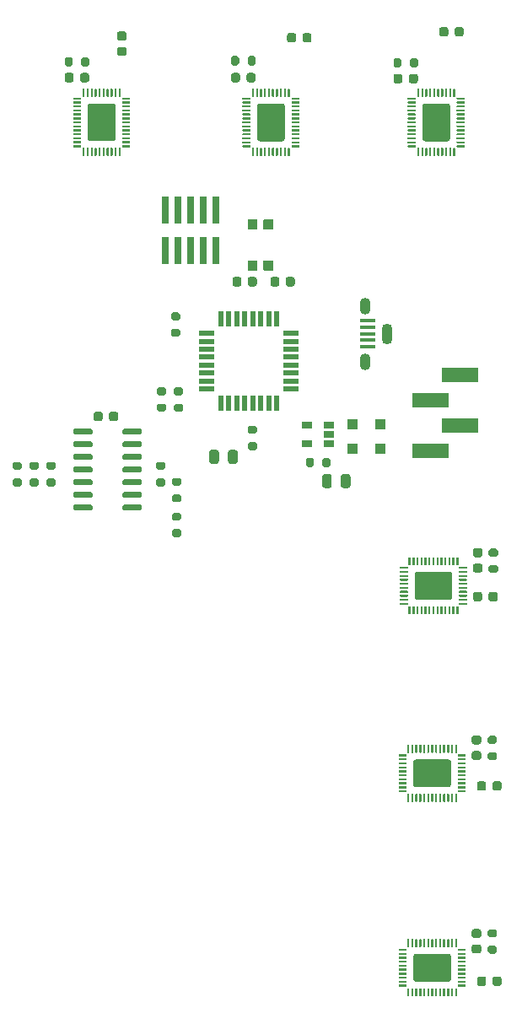
<source format=gbr>
%TF.GenerationSoftware,KiCad,Pcbnew,(5.1.8)-1*%
%TF.CreationDate,2021-07-31T20:08:40-05:00*%
%TF.ProjectId,DSKY_led_display,44534b59-5f6c-4656-945f-646973706c61,rev?*%
%TF.SameCoordinates,Original*%
%TF.FileFunction,Soldermask,Top*%
%TF.FilePolarity,Negative*%
%FSLAX46Y46*%
G04 Gerber Fmt 4.6, Leading zero omitted, Abs format (unit mm)*
G04 Created by KiCad (PCBNEW (5.1.8)-1) date 2021-07-31 20:08:40*
%MOMM*%
%LPD*%
G01*
G04 APERTURE LIST*
%ADD10C,0.010000*%
%ADD11O,1.100000X2.100000*%
%ADD12O,1.100000X1.700000*%
%ADD13R,1.500000X0.450000*%
%ADD14R,1.100000X1.100000*%
%ADD15R,0.650000X2.760000*%
%ADD16R,0.650000X2.750000*%
%ADD17R,0.550000X1.600000*%
%ADD18R,1.600000X0.550000*%
%ADD19R,1.060000X0.650000*%
G04 APERTURE END LIST*
D10*
%TO.C,J3*%
G36*
X83007020Y-79807000D02*
G01*
X83007020Y-78435000D01*
X86539019Y-78435000D01*
X86539019Y-79807000D01*
X83007020Y-79807000D01*
G37*
X83007020Y-79807000D02*
X83007020Y-78435000D01*
X86539019Y-78435000D01*
X86539019Y-79807000D01*
X83007020Y-79807000D01*
G36*
X85927006Y-77267000D02*
G01*
X85927006Y-75894997D01*
X89459000Y-75894997D01*
X89459000Y-77267000D01*
X85927006Y-77267000D01*
G37*
X85927006Y-77267000D02*
X85927006Y-75894997D01*
X89459000Y-75894997D01*
X89459000Y-77267000D01*
X85927006Y-77267000D01*
G36*
X83007020Y-74727003D02*
G01*
X83007020Y-73355000D01*
X86539019Y-73355000D01*
X86539019Y-74727003D01*
X83007020Y-74727003D01*
G37*
X83007020Y-74727003D02*
X83007020Y-73355000D01*
X86539019Y-73355000D01*
X86539019Y-74727003D01*
X83007020Y-74727003D01*
G36*
X85927006Y-72187000D02*
G01*
X85927006Y-70815000D01*
X89459000Y-70815000D01*
X89459000Y-72187000D01*
X85927006Y-72187000D01*
G37*
X85927006Y-72187000D02*
X85927006Y-70815000D01*
X89459000Y-70815000D01*
X89459000Y-72187000D01*
X85927006Y-72187000D01*
%TD*%
%TO.C,R23*%
G36*
G01*
X59575000Y-86175000D02*
X59025000Y-86175000D01*
G75*
G02*
X58825000Y-85975000I0J200000D01*
G01*
X58825000Y-85575000D01*
G75*
G02*
X59025000Y-85375000I200000J0D01*
G01*
X59575000Y-85375000D01*
G75*
G02*
X59775000Y-85575000I0J-200000D01*
G01*
X59775000Y-85975000D01*
G75*
G02*
X59575000Y-86175000I-200000J0D01*
G01*
G37*
G36*
G01*
X59575000Y-87825000D02*
X59025000Y-87825000D01*
G75*
G02*
X58825000Y-87625000I0J200000D01*
G01*
X58825000Y-87225000D01*
G75*
G02*
X59025000Y-87025000I200000J0D01*
G01*
X59575000Y-87025000D01*
G75*
G02*
X59775000Y-87225000I0J-200000D01*
G01*
X59775000Y-87625000D01*
G75*
G02*
X59575000Y-87825000I-200000J0D01*
G01*
G37*
%TD*%
%TO.C,R22*%
G36*
G01*
X43575000Y-81075000D02*
X43025000Y-81075000D01*
G75*
G02*
X42825000Y-80875000I0J200000D01*
G01*
X42825000Y-80475000D01*
G75*
G02*
X43025000Y-80275000I200000J0D01*
G01*
X43575000Y-80275000D01*
G75*
G02*
X43775000Y-80475000I0J-200000D01*
G01*
X43775000Y-80875000D01*
G75*
G02*
X43575000Y-81075000I-200000J0D01*
G01*
G37*
G36*
G01*
X43575000Y-82725000D02*
X43025000Y-82725000D01*
G75*
G02*
X42825000Y-82525000I0J200000D01*
G01*
X42825000Y-82125000D01*
G75*
G02*
X43025000Y-81925000I200000J0D01*
G01*
X43575000Y-81925000D01*
G75*
G02*
X43775000Y-82125000I0J-200000D01*
G01*
X43775000Y-82525000D01*
G75*
G02*
X43575000Y-82725000I-200000J0D01*
G01*
G37*
%TD*%
%TO.C,R21*%
G36*
G01*
X57525000Y-74425000D02*
X58075000Y-74425000D01*
G75*
G02*
X58275000Y-74625000I0J-200000D01*
G01*
X58275000Y-75025000D01*
G75*
G02*
X58075000Y-75225000I-200000J0D01*
G01*
X57525000Y-75225000D01*
G75*
G02*
X57325000Y-75025000I0J200000D01*
G01*
X57325000Y-74625000D01*
G75*
G02*
X57525000Y-74425000I200000J0D01*
G01*
G37*
G36*
G01*
X57525000Y-72775000D02*
X58075000Y-72775000D01*
G75*
G02*
X58275000Y-72975000I0J-200000D01*
G01*
X58275000Y-73375000D01*
G75*
G02*
X58075000Y-73575000I-200000J0D01*
G01*
X57525000Y-73575000D01*
G75*
G02*
X57325000Y-73375000I0J200000D01*
G01*
X57325000Y-72975000D01*
G75*
G02*
X57525000Y-72775000I200000J0D01*
G01*
G37*
%TD*%
%TO.C,R14*%
G36*
G01*
X59225000Y-74425000D02*
X59775000Y-74425000D01*
G75*
G02*
X59975000Y-74625000I0J-200000D01*
G01*
X59975000Y-75025000D01*
G75*
G02*
X59775000Y-75225000I-200000J0D01*
G01*
X59225000Y-75225000D01*
G75*
G02*
X59025000Y-75025000I0J200000D01*
G01*
X59025000Y-74625000D01*
G75*
G02*
X59225000Y-74425000I200000J0D01*
G01*
G37*
G36*
G01*
X59225000Y-72775000D02*
X59775000Y-72775000D01*
G75*
G02*
X59975000Y-72975000I0J-200000D01*
G01*
X59975000Y-73375000D01*
G75*
G02*
X59775000Y-73575000I-200000J0D01*
G01*
X59225000Y-73575000D01*
G75*
G02*
X59025000Y-73375000I0J200000D01*
G01*
X59025000Y-72975000D01*
G75*
G02*
X59225000Y-72775000I200000J0D01*
G01*
G37*
%TD*%
%TO.C,R13*%
G36*
G01*
X58925000Y-66925000D02*
X59475000Y-66925000D01*
G75*
G02*
X59675000Y-67125000I0J-200000D01*
G01*
X59675000Y-67525000D01*
G75*
G02*
X59475000Y-67725000I-200000J0D01*
G01*
X58925000Y-67725000D01*
G75*
G02*
X58725000Y-67525000I0J200000D01*
G01*
X58725000Y-67125000D01*
G75*
G02*
X58925000Y-66925000I200000J0D01*
G01*
G37*
G36*
G01*
X58925000Y-65275000D02*
X59475000Y-65275000D01*
G75*
G02*
X59675000Y-65475000I0J-200000D01*
G01*
X59675000Y-65875000D01*
G75*
G02*
X59475000Y-66075000I-200000J0D01*
G01*
X58925000Y-66075000D01*
G75*
G02*
X58725000Y-65875000I0J200000D01*
G01*
X58725000Y-65475000D01*
G75*
G02*
X58925000Y-65275000I200000J0D01*
G01*
G37*
%TD*%
%TO.C,U9*%
G36*
G01*
X53875000Y-77380000D02*
X53875000Y-77080000D01*
G75*
G02*
X54025000Y-76930000I150000J0D01*
G01*
X55675000Y-76930000D01*
G75*
G02*
X55825000Y-77080000I0J-150000D01*
G01*
X55825000Y-77380000D01*
G75*
G02*
X55675000Y-77530000I-150000J0D01*
G01*
X54025000Y-77530000D01*
G75*
G02*
X53875000Y-77380000I0J150000D01*
G01*
G37*
G36*
G01*
X53875000Y-78650000D02*
X53875000Y-78350000D01*
G75*
G02*
X54025000Y-78200000I150000J0D01*
G01*
X55675000Y-78200000D01*
G75*
G02*
X55825000Y-78350000I0J-150000D01*
G01*
X55825000Y-78650000D01*
G75*
G02*
X55675000Y-78800000I-150000J0D01*
G01*
X54025000Y-78800000D01*
G75*
G02*
X53875000Y-78650000I0J150000D01*
G01*
G37*
G36*
G01*
X53875000Y-79920000D02*
X53875000Y-79620000D01*
G75*
G02*
X54025000Y-79470000I150000J0D01*
G01*
X55675000Y-79470000D01*
G75*
G02*
X55825000Y-79620000I0J-150000D01*
G01*
X55825000Y-79920000D01*
G75*
G02*
X55675000Y-80070000I-150000J0D01*
G01*
X54025000Y-80070000D01*
G75*
G02*
X53875000Y-79920000I0J150000D01*
G01*
G37*
G36*
G01*
X53875000Y-81190000D02*
X53875000Y-80890000D01*
G75*
G02*
X54025000Y-80740000I150000J0D01*
G01*
X55675000Y-80740000D01*
G75*
G02*
X55825000Y-80890000I0J-150000D01*
G01*
X55825000Y-81190000D01*
G75*
G02*
X55675000Y-81340000I-150000J0D01*
G01*
X54025000Y-81340000D01*
G75*
G02*
X53875000Y-81190000I0J150000D01*
G01*
G37*
G36*
G01*
X53875000Y-82460000D02*
X53875000Y-82160000D01*
G75*
G02*
X54025000Y-82010000I150000J0D01*
G01*
X55675000Y-82010000D01*
G75*
G02*
X55825000Y-82160000I0J-150000D01*
G01*
X55825000Y-82460000D01*
G75*
G02*
X55675000Y-82610000I-150000J0D01*
G01*
X54025000Y-82610000D01*
G75*
G02*
X53875000Y-82460000I0J150000D01*
G01*
G37*
G36*
G01*
X53875000Y-83730000D02*
X53875000Y-83430000D01*
G75*
G02*
X54025000Y-83280000I150000J0D01*
G01*
X55675000Y-83280000D01*
G75*
G02*
X55825000Y-83430000I0J-150000D01*
G01*
X55825000Y-83730000D01*
G75*
G02*
X55675000Y-83880000I-150000J0D01*
G01*
X54025000Y-83880000D01*
G75*
G02*
X53875000Y-83730000I0J150000D01*
G01*
G37*
G36*
G01*
X53875000Y-85000000D02*
X53875000Y-84700000D01*
G75*
G02*
X54025000Y-84550000I150000J0D01*
G01*
X55675000Y-84550000D01*
G75*
G02*
X55825000Y-84700000I0J-150000D01*
G01*
X55825000Y-85000000D01*
G75*
G02*
X55675000Y-85150000I-150000J0D01*
G01*
X54025000Y-85150000D01*
G75*
G02*
X53875000Y-85000000I0J150000D01*
G01*
G37*
G36*
G01*
X48925000Y-85000000D02*
X48925000Y-84700000D01*
G75*
G02*
X49075000Y-84550000I150000J0D01*
G01*
X50725000Y-84550000D01*
G75*
G02*
X50875000Y-84700000I0J-150000D01*
G01*
X50875000Y-85000000D01*
G75*
G02*
X50725000Y-85150000I-150000J0D01*
G01*
X49075000Y-85150000D01*
G75*
G02*
X48925000Y-85000000I0J150000D01*
G01*
G37*
G36*
G01*
X48925000Y-83730000D02*
X48925000Y-83430000D01*
G75*
G02*
X49075000Y-83280000I150000J0D01*
G01*
X50725000Y-83280000D01*
G75*
G02*
X50875000Y-83430000I0J-150000D01*
G01*
X50875000Y-83730000D01*
G75*
G02*
X50725000Y-83880000I-150000J0D01*
G01*
X49075000Y-83880000D01*
G75*
G02*
X48925000Y-83730000I0J150000D01*
G01*
G37*
G36*
G01*
X48925000Y-82460000D02*
X48925000Y-82160000D01*
G75*
G02*
X49075000Y-82010000I150000J0D01*
G01*
X50725000Y-82010000D01*
G75*
G02*
X50875000Y-82160000I0J-150000D01*
G01*
X50875000Y-82460000D01*
G75*
G02*
X50725000Y-82610000I-150000J0D01*
G01*
X49075000Y-82610000D01*
G75*
G02*
X48925000Y-82460000I0J150000D01*
G01*
G37*
G36*
G01*
X48925000Y-81190000D02*
X48925000Y-80890000D01*
G75*
G02*
X49075000Y-80740000I150000J0D01*
G01*
X50725000Y-80740000D01*
G75*
G02*
X50875000Y-80890000I0J-150000D01*
G01*
X50875000Y-81190000D01*
G75*
G02*
X50725000Y-81340000I-150000J0D01*
G01*
X49075000Y-81340000D01*
G75*
G02*
X48925000Y-81190000I0J150000D01*
G01*
G37*
G36*
G01*
X48925000Y-79920000D02*
X48925000Y-79620000D01*
G75*
G02*
X49075000Y-79470000I150000J0D01*
G01*
X50725000Y-79470000D01*
G75*
G02*
X50875000Y-79620000I0J-150000D01*
G01*
X50875000Y-79920000D01*
G75*
G02*
X50725000Y-80070000I-150000J0D01*
G01*
X49075000Y-80070000D01*
G75*
G02*
X48925000Y-79920000I0J150000D01*
G01*
G37*
G36*
G01*
X48925000Y-78650000D02*
X48925000Y-78350000D01*
G75*
G02*
X49075000Y-78200000I150000J0D01*
G01*
X50725000Y-78200000D01*
G75*
G02*
X50875000Y-78350000I0J-150000D01*
G01*
X50875000Y-78650000D01*
G75*
G02*
X50725000Y-78800000I-150000J0D01*
G01*
X49075000Y-78800000D01*
G75*
G02*
X48925000Y-78650000I0J150000D01*
G01*
G37*
G36*
G01*
X48925000Y-77380000D02*
X48925000Y-77080000D01*
G75*
G02*
X49075000Y-76930000I150000J0D01*
G01*
X50725000Y-76930000D01*
G75*
G02*
X50875000Y-77080000I0J-150000D01*
G01*
X50875000Y-77380000D01*
G75*
G02*
X50725000Y-77530000I-150000J0D01*
G01*
X49075000Y-77530000D01*
G75*
G02*
X48925000Y-77380000I0J150000D01*
G01*
G37*
%TD*%
%TO.C,R10*%
G36*
G01*
X59025000Y-83525000D02*
X59575000Y-83525000D01*
G75*
G02*
X59775000Y-83725000I0J-200000D01*
G01*
X59775000Y-84125000D01*
G75*
G02*
X59575000Y-84325000I-200000J0D01*
G01*
X59025000Y-84325000D01*
G75*
G02*
X58825000Y-84125000I0J200000D01*
G01*
X58825000Y-83725000D01*
G75*
G02*
X59025000Y-83525000I200000J0D01*
G01*
G37*
G36*
G01*
X59025000Y-81875000D02*
X59575000Y-81875000D01*
G75*
G02*
X59775000Y-82075000I0J-200000D01*
G01*
X59775000Y-82475000D01*
G75*
G02*
X59575000Y-82675000I-200000J0D01*
G01*
X59025000Y-82675000D01*
G75*
G02*
X58825000Y-82475000I0J200000D01*
G01*
X58825000Y-82075000D01*
G75*
G02*
X59025000Y-81875000I200000J0D01*
G01*
G37*
%TD*%
%TO.C,R9*%
G36*
G01*
X57425000Y-81925000D02*
X57975000Y-81925000D01*
G75*
G02*
X58175000Y-82125000I0J-200000D01*
G01*
X58175000Y-82525000D01*
G75*
G02*
X57975000Y-82725000I-200000J0D01*
G01*
X57425000Y-82725000D01*
G75*
G02*
X57225000Y-82525000I0J200000D01*
G01*
X57225000Y-82125000D01*
G75*
G02*
X57425000Y-81925000I200000J0D01*
G01*
G37*
G36*
G01*
X57425000Y-80275000D02*
X57975000Y-80275000D01*
G75*
G02*
X58175000Y-80475000I0J-200000D01*
G01*
X58175000Y-80875000D01*
G75*
G02*
X57975000Y-81075000I-200000J0D01*
G01*
X57425000Y-81075000D01*
G75*
G02*
X57225000Y-80875000I0J200000D01*
G01*
X57225000Y-80475000D01*
G75*
G02*
X57425000Y-80275000I200000J0D01*
G01*
G37*
%TD*%
%TO.C,R8*%
G36*
G01*
X46425000Y-81925000D02*
X46975000Y-81925000D01*
G75*
G02*
X47175000Y-82125000I0J-200000D01*
G01*
X47175000Y-82525000D01*
G75*
G02*
X46975000Y-82725000I-200000J0D01*
G01*
X46425000Y-82725000D01*
G75*
G02*
X46225000Y-82525000I0J200000D01*
G01*
X46225000Y-82125000D01*
G75*
G02*
X46425000Y-81925000I200000J0D01*
G01*
G37*
G36*
G01*
X46425000Y-80275000D02*
X46975000Y-80275000D01*
G75*
G02*
X47175000Y-80475000I0J-200000D01*
G01*
X47175000Y-80875000D01*
G75*
G02*
X46975000Y-81075000I-200000J0D01*
G01*
X46425000Y-81075000D01*
G75*
G02*
X46225000Y-80875000I0J200000D01*
G01*
X46225000Y-80475000D01*
G75*
G02*
X46425000Y-80275000I200000J0D01*
G01*
G37*
%TD*%
%TO.C,R7*%
G36*
G01*
X44725000Y-81925000D02*
X45275000Y-81925000D01*
G75*
G02*
X45475000Y-82125000I0J-200000D01*
G01*
X45475000Y-82525000D01*
G75*
G02*
X45275000Y-82725000I-200000J0D01*
G01*
X44725000Y-82725000D01*
G75*
G02*
X44525000Y-82525000I0J200000D01*
G01*
X44525000Y-82125000D01*
G75*
G02*
X44725000Y-81925000I200000J0D01*
G01*
G37*
G36*
G01*
X44725000Y-80275000D02*
X45275000Y-80275000D01*
G75*
G02*
X45475000Y-80475000I0J-200000D01*
G01*
X45475000Y-80875000D01*
G75*
G02*
X45275000Y-81075000I-200000J0D01*
G01*
X44725000Y-81075000D01*
G75*
G02*
X44525000Y-80875000I0J200000D01*
G01*
X44525000Y-80475000D01*
G75*
G02*
X44725000Y-80275000I200000J0D01*
G01*
G37*
%TD*%
%TO.C,C15*%
G36*
G01*
X51875000Y-75450000D02*
X51875000Y-75950000D01*
G75*
G02*
X51650000Y-76175000I-225000J0D01*
G01*
X51200000Y-76175000D01*
G75*
G02*
X50975000Y-75950000I0J225000D01*
G01*
X50975000Y-75450000D01*
G75*
G02*
X51200000Y-75225000I225000J0D01*
G01*
X51650000Y-75225000D01*
G75*
G02*
X51875000Y-75450000I0J-225000D01*
G01*
G37*
G36*
G01*
X53425000Y-75450000D02*
X53425000Y-75950000D01*
G75*
G02*
X53200000Y-76175000I-225000J0D01*
G01*
X52750000Y-76175000D01*
G75*
G02*
X52525000Y-75950000I0J225000D01*
G01*
X52525000Y-75450000D01*
G75*
G02*
X52750000Y-75225000I225000J0D01*
G01*
X53200000Y-75225000D01*
G75*
G02*
X53425000Y-75450000I0J-225000D01*
G01*
G37*
%TD*%
%TO.C,C14*%
G36*
G01*
X81975000Y-41550000D02*
X81975000Y-42050000D01*
G75*
G02*
X81750000Y-42275000I-225000J0D01*
G01*
X81300000Y-42275000D01*
G75*
G02*
X81075000Y-42050000I0J225000D01*
G01*
X81075000Y-41550000D01*
G75*
G02*
X81300000Y-41325000I225000J0D01*
G01*
X81750000Y-41325000D01*
G75*
G02*
X81975000Y-41550000I0J-225000D01*
G01*
G37*
G36*
G01*
X83525000Y-41550000D02*
X83525000Y-42050000D01*
G75*
G02*
X83300000Y-42275000I-225000J0D01*
G01*
X82850000Y-42275000D01*
G75*
G02*
X82625000Y-42050000I0J225000D01*
G01*
X82625000Y-41550000D01*
G75*
G02*
X82850000Y-41325000I225000J0D01*
G01*
X83300000Y-41325000D01*
G75*
G02*
X83525000Y-41550000I0J-225000D01*
G01*
G37*
%TD*%
%TO.C,C13*%
G36*
G01*
X48975000Y-41450000D02*
X48975000Y-41950000D01*
G75*
G02*
X48750000Y-42175000I-225000J0D01*
G01*
X48300000Y-42175000D01*
G75*
G02*
X48075000Y-41950000I0J225000D01*
G01*
X48075000Y-41450000D01*
G75*
G02*
X48300000Y-41225000I225000J0D01*
G01*
X48750000Y-41225000D01*
G75*
G02*
X48975000Y-41450000I0J-225000D01*
G01*
G37*
G36*
G01*
X50525000Y-41450000D02*
X50525000Y-41950000D01*
G75*
G02*
X50300000Y-42175000I-225000J0D01*
G01*
X49850000Y-42175000D01*
G75*
G02*
X49625000Y-41950000I0J225000D01*
G01*
X49625000Y-41450000D01*
G75*
G02*
X49850000Y-41225000I225000J0D01*
G01*
X50300000Y-41225000D01*
G75*
G02*
X50525000Y-41450000I0J-225000D01*
G01*
G37*
%TD*%
%TO.C,C12*%
G36*
G01*
X89658000Y-108641000D02*
X89158000Y-108641000D01*
G75*
G02*
X88933000Y-108416000I0J225000D01*
G01*
X88933000Y-107966000D01*
G75*
G02*
X89158000Y-107741000I225000J0D01*
G01*
X89658000Y-107741000D01*
G75*
G02*
X89883000Y-107966000I0J-225000D01*
G01*
X89883000Y-108416000D01*
G75*
G02*
X89658000Y-108641000I-225000J0D01*
G01*
G37*
G36*
G01*
X89658000Y-110191000D02*
X89158000Y-110191000D01*
G75*
G02*
X88933000Y-109966000I0J225000D01*
G01*
X88933000Y-109516000D01*
G75*
G02*
X89158000Y-109291000I225000J0D01*
G01*
X89658000Y-109291000D01*
G75*
G02*
X89883000Y-109516000I0J-225000D01*
G01*
X89883000Y-109966000D01*
G75*
G02*
X89658000Y-110191000I-225000J0D01*
G01*
G37*
%TD*%
%TO.C,C11*%
G36*
G01*
X65675000Y-41450000D02*
X65675000Y-41950000D01*
G75*
G02*
X65450000Y-42175000I-225000J0D01*
G01*
X65000000Y-42175000D01*
G75*
G02*
X64775000Y-41950000I0J225000D01*
G01*
X64775000Y-41450000D01*
G75*
G02*
X65000000Y-41225000I225000J0D01*
G01*
X65450000Y-41225000D01*
G75*
G02*
X65675000Y-41450000I0J-225000D01*
G01*
G37*
G36*
G01*
X67225000Y-41450000D02*
X67225000Y-41950000D01*
G75*
G02*
X67000000Y-42175000I-225000J0D01*
G01*
X66550000Y-42175000D01*
G75*
G02*
X66325000Y-41950000I0J225000D01*
G01*
X66325000Y-41450000D01*
G75*
G02*
X66550000Y-41225000I225000J0D01*
G01*
X67000000Y-41225000D01*
G75*
G02*
X67225000Y-41450000I0J-225000D01*
G01*
G37*
%TD*%
%TO.C,C10*%
G36*
G01*
X89658000Y-128059000D02*
X89158000Y-128059000D01*
G75*
G02*
X88933000Y-127834000I0J225000D01*
G01*
X88933000Y-127384000D01*
G75*
G02*
X89158000Y-127159000I225000J0D01*
G01*
X89658000Y-127159000D01*
G75*
G02*
X89883000Y-127384000I0J-225000D01*
G01*
X89883000Y-127834000D01*
G75*
G02*
X89658000Y-128059000I-225000J0D01*
G01*
G37*
G36*
G01*
X89658000Y-129609000D02*
X89158000Y-129609000D01*
G75*
G02*
X88933000Y-129384000I0J225000D01*
G01*
X88933000Y-128934000D01*
G75*
G02*
X89158000Y-128709000I225000J0D01*
G01*
X89658000Y-128709000D01*
G75*
G02*
X89883000Y-128934000I0J-225000D01*
G01*
X89883000Y-129384000D01*
G75*
G02*
X89658000Y-129609000I-225000J0D01*
G01*
G37*
%TD*%
%TO.C,C9*%
G36*
G01*
X89785000Y-89832000D02*
X89285000Y-89832000D01*
G75*
G02*
X89060000Y-89607000I0J225000D01*
G01*
X89060000Y-89157000D01*
G75*
G02*
X89285000Y-88932000I225000J0D01*
G01*
X89785000Y-88932000D01*
G75*
G02*
X90010000Y-89157000I0J-225000D01*
G01*
X90010000Y-89607000D01*
G75*
G02*
X89785000Y-89832000I-225000J0D01*
G01*
G37*
G36*
G01*
X89785000Y-91382000D02*
X89285000Y-91382000D01*
G75*
G02*
X89060000Y-91157000I0J225000D01*
G01*
X89060000Y-90707000D01*
G75*
G02*
X89285000Y-90482000I225000J0D01*
G01*
X89785000Y-90482000D01*
G75*
G02*
X90010000Y-90707000I0J-225000D01*
G01*
X90010000Y-91157000D01*
G75*
G02*
X89785000Y-91382000I-225000J0D01*
G01*
G37*
%TD*%
D11*
%TO.C,J1*%
X80400000Y-67400000D03*
D12*
X78250000Y-64600000D03*
X78250000Y-70200000D03*
D13*
X78500000Y-66100000D03*
X78500000Y-66750000D03*
X78500000Y-67400000D03*
X78500000Y-68050000D03*
X78500000Y-68700000D03*
%TD*%
%TO.C,C8*%
G36*
G01*
X70263600Y-62429200D02*
X70263600Y-61929200D01*
G75*
G02*
X70488600Y-61704200I225000J0D01*
G01*
X70938600Y-61704200D01*
G75*
G02*
X71163600Y-61929200I0J-225000D01*
G01*
X71163600Y-62429200D01*
G75*
G02*
X70938600Y-62654200I-225000J0D01*
G01*
X70488600Y-62654200D01*
G75*
G02*
X70263600Y-62429200I0J225000D01*
G01*
G37*
G36*
G01*
X68713600Y-62429200D02*
X68713600Y-61929200D01*
G75*
G02*
X68938600Y-61704200I225000J0D01*
G01*
X69388600Y-61704200D01*
G75*
G02*
X69613600Y-61929200I0J-225000D01*
G01*
X69613600Y-62429200D01*
G75*
G02*
X69388600Y-62654200I-225000J0D01*
G01*
X68938600Y-62654200D01*
G75*
G02*
X68713600Y-62429200I0J225000D01*
G01*
G37*
%TD*%
D14*
%TO.C,D192*%
X79784400Y-76504800D03*
X76984400Y-76504800D03*
%TD*%
%TO.C,D191*%
X79784400Y-78943200D03*
X76984400Y-78943200D03*
%TD*%
D15*
%TO.C,J2*%
X63240000Y-54970000D03*
X63240000Y-59030000D03*
X61970000Y-54970000D03*
X61970000Y-59030000D03*
X60700000Y-54970000D03*
X60700000Y-59030000D03*
D16*
X59430000Y-54970000D03*
D15*
X59430000Y-59030000D03*
X58160000Y-54970000D03*
X58160000Y-59030000D03*
%TD*%
%TO.C,SW1*%
G36*
G01*
X67379200Y-61054400D02*
X66479200Y-61054400D01*
G75*
G02*
X66428400Y-61003600I0J50800D01*
G01*
X66428400Y-60103600D01*
G75*
G02*
X66479200Y-60052800I50800J0D01*
G01*
X67379200Y-60052800D01*
G75*
G02*
X67430000Y-60103600I0J-50800D01*
G01*
X67430000Y-61003600D01*
G75*
G02*
X67379200Y-61054400I-50800J0D01*
G01*
G37*
G36*
G01*
X68979200Y-61054400D02*
X68079200Y-61054400D01*
G75*
G02*
X68028400Y-61003600I0J50800D01*
G01*
X68028400Y-60103600D01*
G75*
G02*
X68079200Y-60052800I50800J0D01*
G01*
X68979200Y-60052800D01*
G75*
G02*
X69030000Y-60103600I0J-50800D01*
G01*
X69030000Y-61003600D01*
G75*
G02*
X68979200Y-61054400I-50800J0D01*
G01*
G37*
G36*
G01*
X68979200Y-56954400D02*
X68079200Y-56954400D01*
G75*
G02*
X68028400Y-56903600I0J50800D01*
G01*
X68028400Y-56003600D01*
G75*
G02*
X68079200Y-55952800I50800J0D01*
G01*
X68979200Y-55952800D01*
G75*
G02*
X69030000Y-56003600I0J-50800D01*
G01*
X69030000Y-56903600D01*
G75*
G02*
X68979200Y-56954400I-50800J0D01*
G01*
G37*
G36*
G01*
X67379200Y-56954400D02*
X66479200Y-56954400D01*
G75*
G02*
X66428400Y-56903600I0J50800D01*
G01*
X66428400Y-56003600D01*
G75*
G02*
X66479200Y-55952800I50800J0D01*
G01*
X67379200Y-55952800D01*
G75*
G02*
X67430000Y-56003600I0J-50800D01*
G01*
X67430000Y-56903600D01*
G75*
G02*
X67379200Y-56954400I-50800J0D01*
G01*
G37*
%TD*%
%TO.C,R20*%
G36*
G01*
X81875000Y-39925000D02*
X81875000Y-40475000D01*
G75*
G02*
X81675000Y-40675000I-200000J0D01*
G01*
X81275000Y-40675000D01*
G75*
G02*
X81075000Y-40475000I0J200000D01*
G01*
X81075000Y-39925000D01*
G75*
G02*
X81275000Y-39725000I200000J0D01*
G01*
X81675000Y-39725000D01*
G75*
G02*
X81875000Y-39925000I0J-200000D01*
G01*
G37*
G36*
G01*
X83525000Y-39925000D02*
X83525000Y-40475000D01*
G75*
G02*
X83325000Y-40675000I-200000J0D01*
G01*
X82925000Y-40675000D01*
G75*
G02*
X82725000Y-40475000I0J200000D01*
G01*
X82725000Y-39925000D01*
G75*
G02*
X82925000Y-39725000I200000J0D01*
G01*
X83325000Y-39725000D01*
G75*
G02*
X83525000Y-39925000I0J-200000D01*
G01*
G37*
%TD*%
%TO.C,R19*%
G36*
G01*
X48875000Y-39825000D02*
X48875000Y-40375000D01*
G75*
G02*
X48675000Y-40575000I-200000J0D01*
G01*
X48275000Y-40575000D01*
G75*
G02*
X48075000Y-40375000I0J200000D01*
G01*
X48075000Y-39825000D01*
G75*
G02*
X48275000Y-39625000I200000J0D01*
G01*
X48675000Y-39625000D01*
G75*
G02*
X48875000Y-39825000I0J-200000D01*
G01*
G37*
G36*
G01*
X50525000Y-39825000D02*
X50525000Y-40375000D01*
G75*
G02*
X50325000Y-40575000I-200000J0D01*
G01*
X49925000Y-40575000D01*
G75*
G02*
X49725000Y-40375000I0J200000D01*
G01*
X49725000Y-39825000D01*
G75*
G02*
X49925000Y-39625000I200000J0D01*
G01*
X50325000Y-39625000D01*
G75*
G02*
X50525000Y-39825000I0J-200000D01*
G01*
G37*
%TD*%
%TO.C,R18*%
G36*
G01*
X65575000Y-39725000D02*
X65575000Y-40275000D01*
G75*
G02*
X65375000Y-40475000I-200000J0D01*
G01*
X64975000Y-40475000D01*
G75*
G02*
X64775000Y-40275000I0J200000D01*
G01*
X64775000Y-39725000D01*
G75*
G02*
X64975000Y-39525000I200000J0D01*
G01*
X65375000Y-39525000D01*
G75*
G02*
X65575000Y-39725000I0J-200000D01*
G01*
G37*
G36*
G01*
X67225000Y-39725000D02*
X67225000Y-40275000D01*
G75*
G02*
X67025000Y-40475000I-200000J0D01*
G01*
X66625000Y-40475000D01*
G75*
G02*
X66425000Y-40275000I0J200000D01*
G01*
X66425000Y-39725000D01*
G75*
G02*
X66625000Y-39525000I200000J0D01*
G01*
X67025000Y-39525000D01*
G75*
G02*
X67225000Y-39725000I0J-200000D01*
G01*
G37*
%TD*%
%TO.C,R17*%
G36*
G01*
X91275000Y-108575000D02*
X90725000Y-108575000D01*
G75*
G02*
X90525000Y-108375000I0J200000D01*
G01*
X90525000Y-107975000D01*
G75*
G02*
X90725000Y-107775000I200000J0D01*
G01*
X91275000Y-107775000D01*
G75*
G02*
X91475000Y-107975000I0J-200000D01*
G01*
X91475000Y-108375000D01*
G75*
G02*
X91275000Y-108575000I-200000J0D01*
G01*
G37*
G36*
G01*
X91275000Y-110225000D02*
X90725000Y-110225000D01*
G75*
G02*
X90525000Y-110025000I0J200000D01*
G01*
X90525000Y-109625000D01*
G75*
G02*
X90725000Y-109425000I200000J0D01*
G01*
X91275000Y-109425000D01*
G75*
G02*
X91475000Y-109625000I0J-200000D01*
G01*
X91475000Y-110025000D01*
G75*
G02*
X91275000Y-110225000I-200000J0D01*
G01*
G37*
%TD*%
%TO.C,R16*%
G36*
G01*
X91275000Y-127975000D02*
X90725000Y-127975000D01*
G75*
G02*
X90525000Y-127775000I0J200000D01*
G01*
X90525000Y-127375000D01*
G75*
G02*
X90725000Y-127175000I200000J0D01*
G01*
X91275000Y-127175000D01*
G75*
G02*
X91475000Y-127375000I0J-200000D01*
G01*
X91475000Y-127775000D01*
G75*
G02*
X91275000Y-127975000I-200000J0D01*
G01*
G37*
G36*
G01*
X91275000Y-129625000D02*
X90725000Y-129625000D01*
G75*
G02*
X90525000Y-129425000I0J200000D01*
G01*
X90525000Y-129025000D01*
G75*
G02*
X90725000Y-128825000I200000J0D01*
G01*
X91275000Y-128825000D01*
G75*
G02*
X91475000Y-129025000I0J-200000D01*
G01*
X91475000Y-129425000D01*
G75*
G02*
X91275000Y-129625000I-200000J0D01*
G01*
G37*
%TD*%
%TO.C,R15*%
G36*
G01*
X91375000Y-89775000D02*
X90825000Y-89775000D01*
G75*
G02*
X90625000Y-89575000I0J200000D01*
G01*
X90625000Y-89175000D01*
G75*
G02*
X90825000Y-88975000I200000J0D01*
G01*
X91375000Y-88975000D01*
G75*
G02*
X91575000Y-89175000I0J-200000D01*
G01*
X91575000Y-89575000D01*
G75*
G02*
X91375000Y-89775000I-200000J0D01*
G01*
G37*
G36*
G01*
X91375000Y-91425000D02*
X90825000Y-91425000D01*
G75*
G02*
X90625000Y-91225000I0J200000D01*
G01*
X90625000Y-90825000D01*
G75*
G02*
X90825000Y-90625000I200000J0D01*
G01*
X91375000Y-90625000D01*
G75*
G02*
X91575000Y-90825000I0J-200000D01*
G01*
X91575000Y-91225000D01*
G75*
G02*
X91375000Y-91425000I-200000J0D01*
G01*
G37*
%TD*%
D17*
%TO.C,U6*%
X63748000Y-65904800D03*
X64548000Y-65904800D03*
X65348000Y-65904800D03*
X66148000Y-65904800D03*
X66948000Y-65904800D03*
X67748000Y-65904800D03*
X68548000Y-65904800D03*
X69348000Y-65904800D03*
D18*
X70798000Y-67354800D03*
X70798000Y-68154800D03*
X70798000Y-68954800D03*
X70798000Y-69754800D03*
X70798000Y-70554800D03*
X70798000Y-71354800D03*
X70798000Y-72154800D03*
X70798000Y-72954800D03*
D17*
X69348000Y-74404800D03*
X68548000Y-74404800D03*
X67748000Y-74404800D03*
X66948000Y-74404800D03*
X66148000Y-74404800D03*
X65348000Y-74404800D03*
X64548000Y-74404800D03*
X63748000Y-74404800D03*
D18*
X62298000Y-72954800D03*
X62298000Y-72154800D03*
X62298000Y-71354800D03*
X62298000Y-70554800D03*
X62298000Y-69754800D03*
X62298000Y-68954800D03*
X62298000Y-68154800D03*
X62298000Y-67354800D03*
%TD*%
%TO.C,C7*%
G36*
G01*
X87225000Y-37350000D02*
X87225000Y-36850000D01*
G75*
G02*
X87450000Y-36625000I225000J0D01*
G01*
X87900000Y-36625000D01*
G75*
G02*
X88125000Y-36850000I0J-225000D01*
G01*
X88125000Y-37350000D01*
G75*
G02*
X87900000Y-37575000I-225000J0D01*
G01*
X87450000Y-37575000D01*
G75*
G02*
X87225000Y-37350000I0J225000D01*
G01*
G37*
G36*
G01*
X85675000Y-37350000D02*
X85675000Y-36850000D01*
G75*
G02*
X85900000Y-36625000I225000J0D01*
G01*
X86350000Y-36625000D01*
G75*
G02*
X86575000Y-36850000I0J-225000D01*
G01*
X86575000Y-37350000D01*
G75*
G02*
X86350000Y-37575000I-225000J0D01*
G01*
X85900000Y-37575000D01*
G75*
G02*
X85675000Y-37350000I0J225000D01*
G01*
G37*
%TD*%
%TO.C,C6*%
G36*
G01*
X54050000Y-37975000D02*
X53550000Y-37975000D01*
G75*
G02*
X53325000Y-37750000I0J225000D01*
G01*
X53325000Y-37300000D01*
G75*
G02*
X53550000Y-37075000I225000J0D01*
G01*
X54050000Y-37075000D01*
G75*
G02*
X54275000Y-37300000I0J-225000D01*
G01*
X54275000Y-37750000D01*
G75*
G02*
X54050000Y-37975000I-225000J0D01*
G01*
G37*
G36*
G01*
X54050000Y-39525000D02*
X53550000Y-39525000D01*
G75*
G02*
X53325000Y-39300000I0J225000D01*
G01*
X53325000Y-38850000D01*
G75*
G02*
X53550000Y-38625000I225000J0D01*
G01*
X54050000Y-38625000D01*
G75*
G02*
X54275000Y-38850000I0J-225000D01*
G01*
X54275000Y-39300000D01*
G75*
G02*
X54050000Y-39525000I-225000J0D01*
G01*
G37*
%TD*%
%TO.C,C5*%
G36*
G01*
X66453600Y-62429200D02*
X66453600Y-61929200D01*
G75*
G02*
X66678600Y-61704200I225000J0D01*
G01*
X67128600Y-61704200D01*
G75*
G02*
X67353600Y-61929200I0J-225000D01*
G01*
X67353600Y-62429200D01*
G75*
G02*
X67128600Y-62654200I-225000J0D01*
G01*
X66678600Y-62654200D01*
G75*
G02*
X66453600Y-62429200I0J225000D01*
G01*
G37*
G36*
G01*
X64903600Y-62429200D02*
X64903600Y-61929200D01*
G75*
G02*
X65128600Y-61704200I225000J0D01*
G01*
X65578600Y-61704200D01*
G75*
G02*
X65803600Y-61929200I0J-225000D01*
G01*
X65803600Y-62429200D01*
G75*
G02*
X65578600Y-62654200I-225000J0D01*
G01*
X65128600Y-62654200D01*
G75*
G02*
X64903600Y-62429200I0J225000D01*
G01*
G37*
%TD*%
%TO.C,C4*%
G36*
G01*
X90625000Y-94050000D02*
X90625000Y-93550000D01*
G75*
G02*
X90850000Y-93325000I225000J0D01*
G01*
X91300000Y-93325000D01*
G75*
G02*
X91525000Y-93550000I0J-225000D01*
G01*
X91525000Y-94050000D01*
G75*
G02*
X91300000Y-94275000I-225000J0D01*
G01*
X90850000Y-94275000D01*
G75*
G02*
X90625000Y-94050000I0J225000D01*
G01*
G37*
G36*
G01*
X89075000Y-94050000D02*
X89075000Y-93550000D01*
G75*
G02*
X89300000Y-93325000I225000J0D01*
G01*
X89750000Y-93325000D01*
G75*
G02*
X89975000Y-93550000I0J-225000D01*
G01*
X89975000Y-94050000D01*
G75*
G02*
X89750000Y-94275000I-225000J0D01*
G01*
X89300000Y-94275000D01*
G75*
G02*
X89075000Y-94050000I0J225000D01*
G01*
G37*
%TD*%
%TO.C,C3*%
G36*
G01*
X91025000Y-113050000D02*
X91025000Y-112550000D01*
G75*
G02*
X91250000Y-112325000I225000J0D01*
G01*
X91700000Y-112325000D01*
G75*
G02*
X91925000Y-112550000I0J-225000D01*
G01*
X91925000Y-113050000D01*
G75*
G02*
X91700000Y-113275000I-225000J0D01*
G01*
X91250000Y-113275000D01*
G75*
G02*
X91025000Y-113050000I0J225000D01*
G01*
G37*
G36*
G01*
X89475000Y-113050000D02*
X89475000Y-112550000D01*
G75*
G02*
X89700000Y-112325000I225000J0D01*
G01*
X90150000Y-112325000D01*
G75*
G02*
X90375000Y-112550000I0J-225000D01*
G01*
X90375000Y-113050000D01*
G75*
G02*
X90150000Y-113275000I-225000J0D01*
G01*
X89700000Y-113275000D01*
G75*
G02*
X89475000Y-113050000I0J225000D01*
G01*
G37*
%TD*%
%TO.C,U8*%
G36*
G01*
X83465000Y-43588800D02*
X83465000Y-42863800D01*
G75*
G02*
X83515000Y-42813800I50000J0D01*
G01*
X83615000Y-42813800D01*
G75*
G02*
X83665000Y-42863800I0J-50000D01*
G01*
X83665000Y-43588800D01*
G75*
G02*
X83615000Y-43638800I-50000J0D01*
G01*
X83515000Y-43638800D01*
G75*
G02*
X83465000Y-43588800I0J50000D01*
G01*
G37*
G36*
G01*
X83865000Y-43588800D02*
X83865000Y-42863800D01*
G75*
G02*
X83915000Y-42813800I50000J0D01*
G01*
X84015000Y-42813800D01*
G75*
G02*
X84065000Y-42863800I0J-50000D01*
G01*
X84065000Y-43588800D01*
G75*
G02*
X84015000Y-43638800I-50000J0D01*
G01*
X83915000Y-43638800D01*
G75*
G02*
X83865000Y-43588800I0J50000D01*
G01*
G37*
G36*
G01*
X84265000Y-43588800D02*
X84265000Y-42863800D01*
G75*
G02*
X84315000Y-42813800I50000J0D01*
G01*
X84415000Y-42813800D01*
G75*
G02*
X84465000Y-42863800I0J-50000D01*
G01*
X84465000Y-43588800D01*
G75*
G02*
X84415000Y-43638800I-50000J0D01*
G01*
X84315000Y-43638800D01*
G75*
G02*
X84265000Y-43588800I0J50000D01*
G01*
G37*
G36*
G01*
X84665000Y-43588800D02*
X84665000Y-42863800D01*
G75*
G02*
X84715000Y-42813800I50000J0D01*
G01*
X84815000Y-42813800D01*
G75*
G02*
X84865000Y-42863800I0J-50000D01*
G01*
X84865000Y-43588800D01*
G75*
G02*
X84815000Y-43638800I-50000J0D01*
G01*
X84715000Y-43638800D01*
G75*
G02*
X84665000Y-43588800I0J50000D01*
G01*
G37*
G36*
G01*
X85065000Y-43588800D02*
X85065000Y-42863800D01*
G75*
G02*
X85115000Y-42813800I50000J0D01*
G01*
X85215000Y-42813800D01*
G75*
G02*
X85265000Y-42863800I0J-50000D01*
G01*
X85265000Y-43588800D01*
G75*
G02*
X85215000Y-43638800I-50000J0D01*
G01*
X85115000Y-43638800D01*
G75*
G02*
X85065000Y-43588800I0J50000D01*
G01*
G37*
G36*
G01*
X85465000Y-43588800D02*
X85465000Y-42863800D01*
G75*
G02*
X85515000Y-42813800I50000J0D01*
G01*
X85615000Y-42813800D01*
G75*
G02*
X85665000Y-42863800I0J-50000D01*
G01*
X85665000Y-43588800D01*
G75*
G02*
X85615000Y-43638800I-50000J0D01*
G01*
X85515000Y-43638800D01*
G75*
G02*
X85465000Y-43588800I0J50000D01*
G01*
G37*
G36*
G01*
X85865000Y-43588800D02*
X85865000Y-42863800D01*
G75*
G02*
X85915000Y-42813800I50000J0D01*
G01*
X86015000Y-42813800D01*
G75*
G02*
X86065000Y-42863800I0J-50000D01*
G01*
X86065000Y-43588800D01*
G75*
G02*
X86015000Y-43638800I-50000J0D01*
G01*
X85915000Y-43638800D01*
G75*
G02*
X85865000Y-43588800I0J50000D01*
G01*
G37*
G36*
G01*
X86265000Y-43588800D02*
X86265000Y-42863800D01*
G75*
G02*
X86315000Y-42813800I50000J0D01*
G01*
X86415000Y-42813800D01*
G75*
G02*
X86465000Y-42863800I0J-50000D01*
G01*
X86465000Y-43588800D01*
G75*
G02*
X86415000Y-43638800I-50000J0D01*
G01*
X86315000Y-43638800D01*
G75*
G02*
X86265000Y-43588800I0J50000D01*
G01*
G37*
G36*
G01*
X86665000Y-43588800D02*
X86665000Y-42863800D01*
G75*
G02*
X86715000Y-42813800I50000J0D01*
G01*
X86815000Y-42813800D01*
G75*
G02*
X86865000Y-42863800I0J-50000D01*
G01*
X86865000Y-43588800D01*
G75*
G02*
X86815000Y-43638800I-50000J0D01*
G01*
X86715000Y-43638800D01*
G75*
G02*
X86665000Y-43588800I0J50000D01*
G01*
G37*
G36*
G01*
X87065000Y-43588800D02*
X87065000Y-42863800D01*
G75*
G02*
X87115000Y-42813800I50000J0D01*
G01*
X87215000Y-42813800D01*
G75*
G02*
X87265000Y-42863800I0J-50000D01*
G01*
X87265000Y-43588800D01*
G75*
G02*
X87215000Y-43638800I-50000J0D01*
G01*
X87115000Y-43638800D01*
G75*
G02*
X87065000Y-43588800I0J50000D01*
G01*
G37*
G36*
G01*
X87415000Y-43838800D02*
X87415000Y-43738800D01*
G75*
G02*
X87465000Y-43688800I50000J0D01*
G01*
X88190000Y-43688800D01*
G75*
G02*
X88240000Y-43738800I0J-50000D01*
G01*
X88240000Y-43838800D01*
G75*
G02*
X88190000Y-43888800I-50000J0D01*
G01*
X87465000Y-43888800D01*
G75*
G02*
X87415000Y-43838800I0J50000D01*
G01*
G37*
G36*
G01*
X87415000Y-44238800D02*
X87415000Y-44138800D01*
G75*
G02*
X87465000Y-44088800I50000J0D01*
G01*
X88190000Y-44088800D01*
G75*
G02*
X88240000Y-44138800I0J-50000D01*
G01*
X88240000Y-44238800D01*
G75*
G02*
X88190000Y-44288800I-50000J0D01*
G01*
X87465000Y-44288800D01*
G75*
G02*
X87415000Y-44238800I0J50000D01*
G01*
G37*
G36*
G01*
X87415000Y-44638800D02*
X87415000Y-44538800D01*
G75*
G02*
X87465000Y-44488800I50000J0D01*
G01*
X88190000Y-44488800D01*
G75*
G02*
X88240000Y-44538800I0J-50000D01*
G01*
X88240000Y-44638800D01*
G75*
G02*
X88190000Y-44688800I-50000J0D01*
G01*
X87465000Y-44688800D01*
G75*
G02*
X87415000Y-44638800I0J50000D01*
G01*
G37*
G36*
G01*
X87415000Y-45038800D02*
X87415000Y-44938800D01*
G75*
G02*
X87465000Y-44888800I50000J0D01*
G01*
X88190000Y-44888800D01*
G75*
G02*
X88240000Y-44938800I0J-50000D01*
G01*
X88240000Y-45038800D01*
G75*
G02*
X88190000Y-45088800I-50000J0D01*
G01*
X87465000Y-45088800D01*
G75*
G02*
X87415000Y-45038800I0J50000D01*
G01*
G37*
G36*
G01*
X87415000Y-45438800D02*
X87415000Y-45338800D01*
G75*
G02*
X87465000Y-45288800I50000J0D01*
G01*
X88190000Y-45288800D01*
G75*
G02*
X88240000Y-45338800I0J-50000D01*
G01*
X88240000Y-45438800D01*
G75*
G02*
X88190000Y-45488800I-50000J0D01*
G01*
X87465000Y-45488800D01*
G75*
G02*
X87415000Y-45438800I0J50000D01*
G01*
G37*
G36*
G01*
X87415000Y-45838800D02*
X87415000Y-45738800D01*
G75*
G02*
X87465000Y-45688800I50000J0D01*
G01*
X88190000Y-45688800D01*
G75*
G02*
X88240000Y-45738800I0J-50000D01*
G01*
X88240000Y-45838800D01*
G75*
G02*
X88190000Y-45888800I-50000J0D01*
G01*
X87465000Y-45888800D01*
G75*
G02*
X87415000Y-45838800I0J50000D01*
G01*
G37*
G36*
G01*
X87415000Y-46238800D02*
X87415000Y-46138800D01*
G75*
G02*
X87465000Y-46088800I50000J0D01*
G01*
X88190000Y-46088800D01*
G75*
G02*
X88240000Y-46138800I0J-50000D01*
G01*
X88240000Y-46238800D01*
G75*
G02*
X88190000Y-46288800I-50000J0D01*
G01*
X87465000Y-46288800D01*
G75*
G02*
X87415000Y-46238800I0J50000D01*
G01*
G37*
G36*
G01*
X87415000Y-46638800D02*
X87415000Y-46538800D01*
G75*
G02*
X87465000Y-46488800I50000J0D01*
G01*
X88190000Y-46488800D01*
G75*
G02*
X88240000Y-46538800I0J-50000D01*
G01*
X88240000Y-46638800D01*
G75*
G02*
X88190000Y-46688800I-50000J0D01*
G01*
X87465000Y-46688800D01*
G75*
G02*
X87415000Y-46638800I0J50000D01*
G01*
G37*
G36*
G01*
X87415000Y-47038800D02*
X87415000Y-46938800D01*
G75*
G02*
X87465000Y-46888800I50000J0D01*
G01*
X88190000Y-46888800D01*
G75*
G02*
X88240000Y-46938800I0J-50000D01*
G01*
X88240000Y-47038800D01*
G75*
G02*
X88190000Y-47088800I-50000J0D01*
G01*
X87465000Y-47088800D01*
G75*
G02*
X87415000Y-47038800I0J50000D01*
G01*
G37*
G36*
G01*
X87415000Y-47438800D02*
X87415000Y-47338800D01*
G75*
G02*
X87465000Y-47288800I50000J0D01*
G01*
X88190000Y-47288800D01*
G75*
G02*
X88240000Y-47338800I0J-50000D01*
G01*
X88240000Y-47438800D01*
G75*
G02*
X88190000Y-47488800I-50000J0D01*
G01*
X87465000Y-47488800D01*
G75*
G02*
X87415000Y-47438800I0J50000D01*
G01*
G37*
G36*
G01*
X87415000Y-47838800D02*
X87415000Y-47738800D01*
G75*
G02*
X87465000Y-47688800I50000J0D01*
G01*
X88190000Y-47688800D01*
G75*
G02*
X88240000Y-47738800I0J-50000D01*
G01*
X88240000Y-47838800D01*
G75*
G02*
X88190000Y-47888800I-50000J0D01*
G01*
X87465000Y-47888800D01*
G75*
G02*
X87415000Y-47838800I0J50000D01*
G01*
G37*
G36*
G01*
X87415000Y-48238800D02*
X87415000Y-48138800D01*
G75*
G02*
X87465000Y-48088800I50000J0D01*
G01*
X88190000Y-48088800D01*
G75*
G02*
X88240000Y-48138800I0J-50000D01*
G01*
X88240000Y-48238800D01*
G75*
G02*
X88190000Y-48288800I-50000J0D01*
G01*
X87465000Y-48288800D01*
G75*
G02*
X87415000Y-48238800I0J50000D01*
G01*
G37*
G36*
G01*
X87415000Y-48638800D02*
X87415000Y-48538800D01*
G75*
G02*
X87465000Y-48488800I50000J0D01*
G01*
X88190000Y-48488800D01*
G75*
G02*
X88240000Y-48538800I0J-50000D01*
G01*
X88240000Y-48638800D01*
G75*
G02*
X88190000Y-48688800I-50000J0D01*
G01*
X87465000Y-48688800D01*
G75*
G02*
X87415000Y-48638800I0J50000D01*
G01*
G37*
G36*
G01*
X87065000Y-49513800D02*
X87065000Y-48788800D01*
G75*
G02*
X87115000Y-48738800I50000J0D01*
G01*
X87215000Y-48738800D01*
G75*
G02*
X87265000Y-48788800I0J-50000D01*
G01*
X87265000Y-49513800D01*
G75*
G02*
X87215000Y-49563800I-50000J0D01*
G01*
X87115000Y-49563800D01*
G75*
G02*
X87065000Y-49513800I0J50000D01*
G01*
G37*
G36*
G01*
X86665000Y-49513800D02*
X86665000Y-48788800D01*
G75*
G02*
X86715000Y-48738800I50000J0D01*
G01*
X86815000Y-48738800D01*
G75*
G02*
X86865000Y-48788800I0J-50000D01*
G01*
X86865000Y-49513800D01*
G75*
G02*
X86815000Y-49563800I-50000J0D01*
G01*
X86715000Y-49563800D01*
G75*
G02*
X86665000Y-49513800I0J50000D01*
G01*
G37*
G36*
G01*
X86265000Y-49513800D02*
X86265000Y-48788800D01*
G75*
G02*
X86315000Y-48738800I50000J0D01*
G01*
X86415000Y-48738800D01*
G75*
G02*
X86465000Y-48788800I0J-50000D01*
G01*
X86465000Y-49513800D01*
G75*
G02*
X86415000Y-49563800I-50000J0D01*
G01*
X86315000Y-49563800D01*
G75*
G02*
X86265000Y-49513800I0J50000D01*
G01*
G37*
G36*
G01*
X85865000Y-49513800D02*
X85865000Y-48788800D01*
G75*
G02*
X85915000Y-48738800I50000J0D01*
G01*
X86015000Y-48738800D01*
G75*
G02*
X86065000Y-48788800I0J-50000D01*
G01*
X86065000Y-49513800D01*
G75*
G02*
X86015000Y-49563800I-50000J0D01*
G01*
X85915000Y-49563800D01*
G75*
G02*
X85865000Y-49513800I0J50000D01*
G01*
G37*
G36*
G01*
X85465000Y-49513800D02*
X85465000Y-48788800D01*
G75*
G02*
X85515000Y-48738800I50000J0D01*
G01*
X85615000Y-48738800D01*
G75*
G02*
X85665000Y-48788800I0J-50000D01*
G01*
X85665000Y-49513800D01*
G75*
G02*
X85615000Y-49563800I-50000J0D01*
G01*
X85515000Y-49563800D01*
G75*
G02*
X85465000Y-49513800I0J50000D01*
G01*
G37*
G36*
G01*
X85065000Y-49513800D02*
X85065000Y-48788800D01*
G75*
G02*
X85115000Y-48738800I50000J0D01*
G01*
X85215000Y-48738800D01*
G75*
G02*
X85265000Y-48788800I0J-50000D01*
G01*
X85265000Y-49513800D01*
G75*
G02*
X85215000Y-49563800I-50000J0D01*
G01*
X85115000Y-49563800D01*
G75*
G02*
X85065000Y-49513800I0J50000D01*
G01*
G37*
G36*
G01*
X84665000Y-49513800D02*
X84665000Y-48788800D01*
G75*
G02*
X84715000Y-48738800I50000J0D01*
G01*
X84815000Y-48738800D01*
G75*
G02*
X84865000Y-48788800I0J-50000D01*
G01*
X84865000Y-49513800D01*
G75*
G02*
X84815000Y-49563800I-50000J0D01*
G01*
X84715000Y-49563800D01*
G75*
G02*
X84665000Y-49513800I0J50000D01*
G01*
G37*
G36*
G01*
X84265000Y-49513800D02*
X84265000Y-48788800D01*
G75*
G02*
X84315000Y-48738800I50000J0D01*
G01*
X84415000Y-48738800D01*
G75*
G02*
X84465000Y-48788800I0J-50000D01*
G01*
X84465000Y-49513800D01*
G75*
G02*
X84415000Y-49563800I-50000J0D01*
G01*
X84315000Y-49563800D01*
G75*
G02*
X84265000Y-49513800I0J50000D01*
G01*
G37*
G36*
G01*
X83865000Y-49513800D02*
X83865000Y-48788800D01*
G75*
G02*
X83915000Y-48738800I50000J0D01*
G01*
X84015000Y-48738800D01*
G75*
G02*
X84065000Y-48788800I0J-50000D01*
G01*
X84065000Y-49513800D01*
G75*
G02*
X84015000Y-49563800I-50000J0D01*
G01*
X83915000Y-49563800D01*
G75*
G02*
X83865000Y-49513800I0J50000D01*
G01*
G37*
G36*
G01*
X83465000Y-49513800D02*
X83465000Y-48788800D01*
G75*
G02*
X83515000Y-48738800I50000J0D01*
G01*
X83615000Y-48738800D01*
G75*
G02*
X83665000Y-48788800I0J-50000D01*
G01*
X83665000Y-49513800D01*
G75*
G02*
X83615000Y-49563800I-50000J0D01*
G01*
X83515000Y-49563800D01*
G75*
G02*
X83465000Y-49513800I0J50000D01*
G01*
G37*
G36*
G01*
X82490000Y-48638800D02*
X82490000Y-48538800D01*
G75*
G02*
X82540000Y-48488800I50000J0D01*
G01*
X83265000Y-48488800D01*
G75*
G02*
X83315000Y-48538800I0J-50000D01*
G01*
X83315000Y-48638800D01*
G75*
G02*
X83265000Y-48688800I-50000J0D01*
G01*
X82540000Y-48688800D01*
G75*
G02*
X82490000Y-48638800I0J50000D01*
G01*
G37*
G36*
G01*
X82490000Y-48238800D02*
X82490000Y-48138800D01*
G75*
G02*
X82540000Y-48088800I50000J0D01*
G01*
X83265000Y-48088800D01*
G75*
G02*
X83315000Y-48138800I0J-50000D01*
G01*
X83315000Y-48238800D01*
G75*
G02*
X83265000Y-48288800I-50000J0D01*
G01*
X82540000Y-48288800D01*
G75*
G02*
X82490000Y-48238800I0J50000D01*
G01*
G37*
G36*
G01*
X82490000Y-47838800D02*
X82490000Y-47738800D01*
G75*
G02*
X82540000Y-47688800I50000J0D01*
G01*
X83265000Y-47688800D01*
G75*
G02*
X83315000Y-47738800I0J-50000D01*
G01*
X83315000Y-47838800D01*
G75*
G02*
X83265000Y-47888800I-50000J0D01*
G01*
X82540000Y-47888800D01*
G75*
G02*
X82490000Y-47838800I0J50000D01*
G01*
G37*
G36*
G01*
X82490000Y-47438800D02*
X82490000Y-47338800D01*
G75*
G02*
X82540000Y-47288800I50000J0D01*
G01*
X83265000Y-47288800D01*
G75*
G02*
X83315000Y-47338800I0J-50000D01*
G01*
X83315000Y-47438800D01*
G75*
G02*
X83265000Y-47488800I-50000J0D01*
G01*
X82540000Y-47488800D01*
G75*
G02*
X82490000Y-47438800I0J50000D01*
G01*
G37*
G36*
G01*
X82490000Y-47038800D02*
X82490000Y-46938800D01*
G75*
G02*
X82540000Y-46888800I50000J0D01*
G01*
X83265000Y-46888800D01*
G75*
G02*
X83315000Y-46938800I0J-50000D01*
G01*
X83315000Y-47038800D01*
G75*
G02*
X83265000Y-47088800I-50000J0D01*
G01*
X82540000Y-47088800D01*
G75*
G02*
X82490000Y-47038800I0J50000D01*
G01*
G37*
G36*
G01*
X82490000Y-46638800D02*
X82490000Y-46538800D01*
G75*
G02*
X82540000Y-46488800I50000J0D01*
G01*
X83265000Y-46488800D01*
G75*
G02*
X83315000Y-46538800I0J-50000D01*
G01*
X83315000Y-46638800D01*
G75*
G02*
X83265000Y-46688800I-50000J0D01*
G01*
X82540000Y-46688800D01*
G75*
G02*
X82490000Y-46638800I0J50000D01*
G01*
G37*
G36*
G01*
X82490000Y-46238800D02*
X82490000Y-46138800D01*
G75*
G02*
X82540000Y-46088800I50000J0D01*
G01*
X83265000Y-46088800D01*
G75*
G02*
X83315000Y-46138800I0J-50000D01*
G01*
X83315000Y-46238800D01*
G75*
G02*
X83265000Y-46288800I-50000J0D01*
G01*
X82540000Y-46288800D01*
G75*
G02*
X82490000Y-46238800I0J50000D01*
G01*
G37*
G36*
G01*
X82490000Y-45838800D02*
X82490000Y-45738800D01*
G75*
G02*
X82540000Y-45688800I50000J0D01*
G01*
X83265000Y-45688800D01*
G75*
G02*
X83315000Y-45738800I0J-50000D01*
G01*
X83315000Y-45838800D01*
G75*
G02*
X83265000Y-45888800I-50000J0D01*
G01*
X82540000Y-45888800D01*
G75*
G02*
X82490000Y-45838800I0J50000D01*
G01*
G37*
G36*
G01*
X82490000Y-45438800D02*
X82490000Y-45338800D01*
G75*
G02*
X82540000Y-45288800I50000J0D01*
G01*
X83265000Y-45288800D01*
G75*
G02*
X83315000Y-45338800I0J-50000D01*
G01*
X83315000Y-45438800D01*
G75*
G02*
X83265000Y-45488800I-50000J0D01*
G01*
X82540000Y-45488800D01*
G75*
G02*
X82490000Y-45438800I0J50000D01*
G01*
G37*
G36*
G01*
X82490000Y-45038800D02*
X82490000Y-44938800D01*
G75*
G02*
X82540000Y-44888800I50000J0D01*
G01*
X83265000Y-44888800D01*
G75*
G02*
X83315000Y-44938800I0J-50000D01*
G01*
X83315000Y-45038800D01*
G75*
G02*
X83265000Y-45088800I-50000J0D01*
G01*
X82540000Y-45088800D01*
G75*
G02*
X82490000Y-45038800I0J50000D01*
G01*
G37*
G36*
G01*
X82490000Y-44638800D02*
X82490000Y-44538800D01*
G75*
G02*
X82540000Y-44488800I50000J0D01*
G01*
X83265000Y-44488800D01*
G75*
G02*
X83315000Y-44538800I0J-50000D01*
G01*
X83315000Y-44638800D01*
G75*
G02*
X83265000Y-44688800I-50000J0D01*
G01*
X82540000Y-44688800D01*
G75*
G02*
X82490000Y-44638800I0J50000D01*
G01*
G37*
G36*
G01*
X82490000Y-44238800D02*
X82490000Y-44138800D01*
G75*
G02*
X82540000Y-44088800I50000J0D01*
G01*
X83265000Y-44088800D01*
G75*
G02*
X83315000Y-44138800I0J-50000D01*
G01*
X83315000Y-44238800D01*
G75*
G02*
X83265000Y-44288800I-50000J0D01*
G01*
X82540000Y-44288800D01*
G75*
G02*
X82490000Y-44238800I0J50000D01*
G01*
G37*
G36*
G01*
X82490000Y-43838800D02*
X82490000Y-43738800D01*
G75*
G02*
X82540000Y-43688800I50000J0D01*
G01*
X83265000Y-43688800D01*
G75*
G02*
X83315000Y-43738800I0J-50000D01*
G01*
X83315000Y-43838800D01*
G75*
G02*
X83265000Y-43888800I-50000J0D01*
G01*
X82540000Y-43888800D01*
G75*
G02*
X82490000Y-43838800I0J50000D01*
G01*
G37*
G36*
G01*
X83965000Y-47838800D02*
X83965000Y-44538800D01*
G75*
G02*
X84215000Y-44288800I250000J0D01*
G01*
X86515000Y-44288800D01*
G75*
G02*
X86765000Y-44538800I0J-250000D01*
G01*
X86765000Y-47838800D01*
G75*
G02*
X86515000Y-48088800I-250000J0D01*
G01*
X84215000Y-48088800D01*
G75*
G02*
X83965000Y-47838800I0J250000D01*
G01*
G37*
%TD*%
D19*
%TO.C,U1*%
X72356800Y-78470800D03*
X72356800Y-76570800D03*
X74556800Y-76570800D03*
X74556800Y-77520800D03*
X74556800Y-78470800D03*
%TD*%
%TO.C,R5*%
G36*
G01*
X66628600Y-78301400D02*
X67178600Y-78301400D01*
G75*
G02*
X67378600Y-78501400I0J-200000D01*
G01*
X67378600Y-78901400D01*
G75*
G02*
X67178600Y-79101400I-200000J0D01*
G01*
X66628600Y-79101400D01*
G75*
G02*
X66428600Y-78901400I0J200000D01*
G01*
X66428600Y-78501400D01*
G75*
G02*
X66628600Y-78301400I200000J0D01*
G01*
G37*
G36*
G01*
X66628600Y-76651400D02*
X67178600Y-76651400D01*
G75*
G02*
X67378600Y-76851400I0J-200000D01*
G01*
X67378600Y-77251400D01*
G75*
G02*
X67178600Y-77451400I-200000J0D01*
G01*
X66628600Y-77451400D01*
G75*
G02*
X66428600Y-77251400I0J200000D01*
G01*
X66428600Y-76851400D01*
G75*
G02*
X66628600Y-76651400I200000J0D01*
G01*
G37*
%TD*%
%TO.C,R4*%
G36*
G01*
X73944800Y-80589800D02*
X73944800Y-80039800D01*
G75*
G02*
X74144800Y-79839800I200000J0D01*
G01*
X74544800Y-79839800D01*
G75*
G02*
X74744800Y-80039800I0J-200000D01*
G01*
X74744800Y-80589800D01*
G75*
G02*
X74544800Y-80789800I-200000J0D01*
G01*
X74144800Y-80789800D01*
G75*
G02*
X73944800Y-80589800I0J200000D01*
G01*
G37*
G36*
G01*
X72294800Y-80589800D02*
X72294800Y-80039800D01*
G75*
G02*
X72494800Y-79839800I200000J0D01*
G01*
X72894800Y-79839800D01*
G75*
G02*
X73094800Y-80039800I0J-200000D01*
G01*
X73094800Y-80589800D01*
G75*
G02*
X72894800Y-80789800I-200000J0D01*
G01*
X72494800Y-80789800D01*
G75*
G02*
X72294800Y-80589800I0J200000D01*
G01*
G37*
%TD*%
%TO.C,D2*%
G36*
G01*
X64458000Y-80212250D02*
X64458000Y-79299750D01*
G75*
G02*
X64701750Y-79056000I243750J0D01*
G01*
X65189250Y-79056000D01*
G75*
G02*
X65433000Y-79299750I0J-243750D01*
G01*
X65433000Y-80212250D01*
G75*
G02*
X65189250Y-80456000I-243750J0D01*
G01*
X64701750Y-80456000D01*
G75*
G02*
X64458000Y-80212250I0J243750D01*
G01*
G37*
G36*
G01*
X62583000Y-80212250D02*
X62583000Y-79299750D01*
G75*
G02*
X62826750Y-79056000I243750J0D01*
G01*
X63314250Y-79056000D01*
G75*
G02*
X63558000Y-79299750I0J-243750D01*
G01*
X63558000Y-80212250D01*
G75*
G02*
X63314250Y-80456000I-243750J0D01*
G01*
X62826750Y-80456000D01*
G75*
G02*
X62583000Y-80212250I0J243750D01*
G01*
G37*
%TD*%
%TO.C,D1*%
G36*
G01*
X74886400Y-81738150D02*
X74886400Y-82650650D01*
G75*
G02*
X74642650Y-82894400I-243750J0D01*
G01*
X74155150Y-82894400D01*
G75*
G02*
X73911400Y-82650650I0J243750D01*
G01*
X73911400Y-81738150D01*
G75*
G02*
X74155150Y-81494400I243750J0D01*
G01*
X74642650Y-81494400D01*
G75*
G02*
X74886400Y-81738150I0J-243750D01*
G01*
G37*
G36*
G01*
X76761400Y-81738150D02*
X76761400Y-82650650D01*
G75*
G02*
X76517650Y-82894400I-243750J0D01*
G01*
X76030150Y-82894400D01*
G75*
G02*
X75786400Y-82650650I0J243750D01*
G01*
X75786400Y-81738150D01*
G75*
G02*
X76030150Y-81494400I243750J0D01*
G01*
X76517650Y-81494400D01*
G75*
G02*
X76761400Y-81738150I0J-243750D01*
G01*
G37*
%TD*%
%TO.C,C2*%
G36*
G01*
X71950000Y-37950000D02*
X71950000Y-37450000D01*
G75*
G02*
X72175000Y-37225000I225000J0D01*
G01*
X72625000Y-37225000D01*
G75*
G02*
X72850000Y-37450000I0J-225000D01*
G01*
X72850000Y-37950000D01*
G75*
G02*
X72625000Y-38175000I-225000J0D01*
G01*
X72175000Y-38175000D01*
G75*
G02*
X71950000Y-37950000I0J225000D01*
G01*
G37*
G36*
G01*
X70400000Y-37950000D02*
X70400000Y-37450000D01*
G75*
G02*
X70625000Y-37225000I225000J0D01*
G01*
X71075000Y-37225000D01*
G75*
G02*
X71300000Y-37450000I0J-225000D01*
G01*
X71300000Y-37950000D01*
G75*
G02*
X71075000Y-38175000I-225000J0D01*
G01*
X70625000Y-38175000D01*
G75*
G02*
X70400000Y-37950000I0J225000D01*
G01*
G37*
%TD*%
%TO.C,C1*%
G36*
G01*
X91025000Y-132650000D02*
X91025000Y-132150000D01*
G75*
G02*
X91250000Y-131925000I225000J0D01*
G01*
X91700000Y-131925000D01*
G75*
G02*
X91925000Y-132150000I0J-225000D01*
G01*
X91925000Y-132650000D01*
G75*
G02*
X91700000Y-132875000I-225000J0D01*
G01*
X91250000Y-132875000D01*
G75*
G02*
X91025000Y-132650000I0J225000D01*
G01*
G37*
G36*
G01*
X89475000Y-132650000D02*
X89475000Y-132150000D01*
G75*
G02*
X89700000Y-131925000I225000J0D01*
G01*
X90150000Y-131925000D01*
G75*
G02*
X90375000Y-132150000I0J-225000D01*
G01*
X90375000Y-132650000D01*
G75*
G02*
X90150000Y-132875000I-225000J0D01*
G01*
X89700000Y-132875000D01*
G75*
G02*
X89475000Y-132650000I0J225000D01*
G01*
G37*
%TD*%
%TO.C,U7*%
G36*
G01*
X49875000Y-43587700D02*
X49875000Y-42862700D01*
G75*
G02*
X49925000Y-42812700I50000J0D01*
G01*
X50025000Y-42812700D01*
G75*
G02*
X50075000Y-42862700I0J-50000D01*
G01*
X50075000Y-43587700D01*
G75*
G02*
X50025000Y-43637700I-50000J0D01*
G01*
X49925000Y-43637700D01*
G75*
G02*
X49875000Y-43587700I0J50000D01*
G01*
G37*
G36*
G01*
X50275000Y-43587700D02*
X50275000Y-42862700D01*
G75*
G02*
X50325000Y-42812700I50000J0D01*
G01*
X50425000Y-42812700D01*
G75*
G02*
X50475000Y-42862700I0J-50000D01*
G01*
X50475000Y-43587700D01*
G75*
G02*
X50425000Y-43637700I-50000J0D01*
G01*
X50325000Y-43637700D01*
G75*
G02*
X50275000Y-43587700I0J50000D01*
G01*
G37*
G36*
G01*
X50675000Y-43587700D02*
X50675000Y-42862700D01*
G75*
G02*
X50725000Y-42812700I50000J0D01*
G01*
X50825000Y-42812700D01*
G75*
G02*
X50875000Y-42862700I0J-50000D01*
G01*
X50875000Y-43587700D01*
G75*
G02*
X50825000Y-43637700I-50000J0D01*
G01*
X50725000Y-43637700D01*
G75*
G02*
X50675000Y-43587700I0J50000D01*
G01*
G37*
G36*
G01*
X51075000Y-43587700D02*
X51075000Y-42862700D01*
G75*
G02*
X51125000Y-42812700I50000J0D01*
G01*
X51225000Y-42812700D01*
G75*
G02*
X51275000Y-42862700I0J-50000D01*
G01*
X51275000Y-43587700D01*
G75*
G02*
X51225000Y-43637700I-50000J0D01*
G01*
X51125000Y-43637700D01*
G75*
G02*
X51075000Y-43587700I0J50000D01*
G01*
G37*
G36*
G01*
X51475000Y-43587700D02*
X51475000Y-42862700D01*
G75*
G02*
X51525000Y-42812700I50000J0D01*
G01*
X51625000Y-42812700D01*
G75*
G02*
X51675000Y-42862700I0J-50000D01*
G01*
X51675000Y-43587700D01*
G75*
G02*
X51625000Y-43637700I-50000J0D01*
G01*
X51525000Y-43637700D01*
G75*
G02*
X51475000Y-43587700I0J50000D01*
G01*
G37*
G36*
G01*
X51875000Y-43587700D02*
X51875000Y-42862700D01*
G75*
G02*
X51925000Y-42812700I50000J0D01*
G01*
X52025000Y-42812700D01*
G75*
G02*
X52075000Y-42862700I0J-50000D01*
G01*
X52075000Y-43587700D01*
G75*
G02*
X52025000Y-43637700I-50000J0D01*
G01*
X51925000Y-43637700D01*
G75*
G02*
X51875000Y-43587700I0J50000D01*
G01*
G37*
G36*
G01*
X52275000Y-43587700D02*
X52275000Y-42862700D01*
G75*
G02*
X52325000Y-42812700I50000J0D01*
G01*
X52425000Y-42812700D01*
G75*
G02*
X52475000Y-42862700I0J-50000D01*
G01*
X52475000Y-43587700D01*
G75*
G02*
X52425000Y-43637700I-50000J0D01*
G01*
X52325000Y-43637700D01*
G75*
G02*
X52275000Y-43587700I0J50000D01*
G01*
G37*
G36*
G01*
X52675000Y-43587700D02*
X52675000Y-42862700D01*
G75*
G02*
X52725000Y-42812700I50000J0D01*
G01*
X52825000Y-42812700D01*
G75*
G02*
X52875000Y-42862700I0J-50000D01*
G01*
X52875000Y-43587700D01*
G75*
G02*
X52825000Y-43637700I-50000J0D01*
G01*
X52725000Y-43637700D01*
G75*
G02*
X52675000Y-43587700I0J50000D01*
G01*
G37*
G36*
G01*
X53075000Y-43587700D02*
X53075000Y-42862700D01*
G75*
G02*
X53125000Y-42812700I50000J0D01*
G01*
X53225000Y-42812700D01*
G75*
G02*
X53275000Y-42862700I0J-50000D01*
G01*
X53275000Y-43587700D01*
G75*
G02*
X53225000Y-43637700I-50000J0D01*
G01*
X53125000Y-43637700D01*
G75*
G02*
X53075000Y-43587700I0J50000D01*
G01*
G37*
G36*
G01*
X53475000Y-43587700D02*
X53475000Y-42862700D01*
G75*
G02*
X53525000Y-42812700I50000J0D01*
G01*
X53625000Y-42812700D01*
G75*
G02*
X53675000Y-42862700I0J-50000D01*
G01*
X53675000Y-43587700D01*
G75*
G02*
X53625000Y-43637700I-50000J0D01*
G01*
X53525000Y-43637700D01*
G75*
G02*
X53475000Y-43587700I0J50000D01*
G01*
G37*
G36*
G01*
X53825000Y-43837700D02*
X53825000Y-43737700D01*
G75*
G02*
X53875000Y-43687700I50000J0D01*
G01*
X54600000Y-43687700D01*
G75*
G02*
X54650000Y-43737700I0J-50000D01*
G01*
X54650000Y-43837700D01*
G75*
G02*
X54600000Y-43887700I-50000J0D01*
G01*
X53875000Y-43887700D01*
G75*
G02*
X53825000Y-43837700I0J50000D01*
G01*
G37*
G36*
G01*
X53825000Y-44237700D02*
X53825000Y-44137700D01*
G75*
G02*
X53875000Y-44087700I50000J0D01*
G01*
X54600000Y-44087700D01*
G75*
G02*
X54650000Y-44137700I0J-50000D01*
G01*
X54650000Y-44237700D01*
G75*
G02*
X54600000Y-44287700I-50000J0D01*
G01*
X53875000Y-44287700D01*
G75*
G02*
X53825000Y-44237700I0J50000D01*
G01*
G37*
G36*
G01*
X53825000Y-44637700D02*
X53825000Y-44537700D01*
G75*
G02*
X53875000Y-44487700I50000J0D01*
G01*
X54600000Y-44487700D01*
G75*
G02*
X54650000Y-44537700I0J-50000D01*
G01*
X54650000Y-44637700D01*
G75*
G02*
X54600000Y-44687700I-50000J0D01*
G01*
X53875000Y-44687700D01*
G75*
G02*
X53825000Y-44637700I0J50000D01*
G01*
G37*
G36*
G01*
X53825000Y-45037700D02*
X53825000Y-44937700D01*
G75*
G02*
X53875000Y-44887700I50000J0D01*
G01*
X54600000Y-44887700D01*
G75*
G02*
X54650000Y-44937700I0J-50000D01*
G01*
X54650000Y-45037700D01*
G75*
G02*
X54600000Y-45087700I-50000J0D01*
G01*
X53875000Y-45087700D01*
G75*
G02*
X53825000Y-45037700I0J50000D01*
G01*
G37*
G36*
G01*
X53825000Y-45437700D02*
X53825000Y-45337700D01*
G75*
G02*
X53875000Y-45287700I50000J0D01*
G01*
X54600000Y-45287700D01*
G75*
G02*
X54650000Y-45337700I0J-50000D01*
G01*
X54650000Y-45437700D01*
G75*
G02*
X54600000Y-45487700I-50000J0D01*
G01*
X53875000Y-45487700D01*
G75*
G02*
X53825000Y-45437700I0J50000D01*
G01*
G37*
G36*
G01*
X53825000Y-45837700D02*
X53825000Y-45737700D01*
G75*
G02*
X53875000Y-45687700I50000J0D01*
G01*
X54600000Y-45687700D01*
G75*
G02*
X54650000Y-45737700I0J-50000D01*
G01*
X54650000Y-45837700D01*
G75*
G02*
X54600000Y-45887700I-50000J0D01*
G01*
X53875000Y-45887700D01*
G75*
G02*
X53825000Y-45837700I0J50000D01*
G01*
G37*
G36*
G01*
X53825000Y-46237700D02*
X53825000Y-46137700D01*
G75*
G02*
X53875000Y-46087700I50000J0D01*
G01*
X54600000Y-46087700D01*
G75*
G02*
X54650000Y-46137700I0J-50000D01*
G01*
X54650000Y-46237700D01*
G75*
G02*
X54600000Y-46287700I-50000J0D01*
G01*
X53875000Y-46287700D01*
G75*
G02*
X53825000Y-46237700I0J50000D01*
G01*
G37*
G36*
G01*
X53825000Y-46637700D02*
X53825000Y-46537700D01*
G75*
G02*
X53875000Y-46487700I50000J0D01*
G01*
X54600000Y-46487700D01*
G75*
G02*
X54650000Y-46537700I0J-50000D01*
G01*
X54650000Y-46637700D01*
G75*
G02*
X54600000Y-46687700I-50000J0D01*
G01*
X53875000Y-46687700D01*
G75*
G02*
X53825000Y-46637700I0J50000D01*
G01*
G37*
G36*
G01*
X53825000Y-47037700D02*
X53825000Y-46937700D01*
G75*
G02*
X53875000Y-46887700I50000J0D01*
G01*
X54600000Y-46887700D01*
G75*
G02*
X54650000Y-46937700I0J-50000D01*
G01*
X54650000Y-47037700D01*
G75*
G02*
X54600000Y-47087700I-50000J0D01*
G01*
X53875000Y-47087700D01*
G75*
G02*
X53825000Y-47037700I0J50000D01*
G01*
G37*
G36*
G01*
X53825000Y-47437700D02*
X53825000Y-47337700D01*
G75*
G02*
X53875000Y-47287700I50000J0D01*
G01*
X54600000Y-47287700D01*
G75*
G02*
X54650000Y-47337700I0J-50000D01*
G01*
X54650000Y-47437700D01*
G75*
G02*
X54600000Y-47487700I-50000J0D01*
G01*
X53875000Y-47487700D01*
G75*
G02*
X53825000Y-47437700I0J50000D01*
G01*
G37*
G36*
G01*
X53825000Y-47837700D02*
X53825000Y-47737700D01*
G75*
G02*
X53875000Y-47687700I50000J0D01*
G01*
X54600000Y-47687700D01*
G75*
G02*
X54650000Y-47737700I0J-50000D01*
G01*
X54650000Y-47837700D01*
G75*
G02*
X54600000Y-47887700I-50000J0D01*
G01*
X53875000Y-47887700D01*
G75*
G02*
X53825000Y-47837700I0J50000D01*
G01*
G37*
G36*
G01*
X53825000Y-48237700D02*
X53825000Y-48137700D01*
G75*
G02*
X53875000Y-48087700I50000J0D01*
G01*
X54600000Y-48087700D01*
G75*
G02*
X54650000Y-48137700I0J-50000D01*
G01*
X54650000Y-48237700D01*
G75*
G02*
X54600000Y-48287700I-50000J0D01*
G01*
X53875000Y-48287700D01*
G75*
G02*
X53825000Y-48237700I0J50000D01*
G01*
G37*
G36*
G01*
X53825000Y-48637700D02*
X53825000Y-48537700D01*
G75*
G02*
X53875000Y-48487700I50000J0D01*
G01*
X54600000Y-48487700D01*
G75*
G02*
X54650000Y-48537700I0J-50000D01*
G01*
X54650000Y-48637700D01*
G75*
G02*
X54600000Y-48687700I-50000J0D01*
G01*
X53875000Y-48687700D01*
G75*
G02*
X53825000Y-48637700I0J50000D01*
G01*
G37*
G36*
G01*
X53475000Y-49512700D02*
X53475000Y-48787700D01*
G75*
G02*
X53525000Y-48737700I50000J0D01*
G01*
X53625000Y-48737700D01*
G75*
G02*
X53675000Y-48787700I0J-50000D01*
G01*
X53675000Y-49512700D01*
G75*
G02*
X53625000Y-49562700I-50000J0D01*
G01*
X53525000Y-49562700D01*
G75*
G02*
X53475000Y-49512700I0J50000D01*
G01*
G37*
G36*
G01*
X53075000Y-49512700D02*
X53075000Y-48787700D01*
G75*
G02*
X53125000Y-48737700I50000J0D01*
G01*
X53225000Y-48737700D01*
G75*
G02*
X53275000Y-48787700I0J-50000D01*
G01*
X53275000Y-49512700D01*
G75*
G02*
X53225000Y-49562700I-50000J0D01*
G01*
X53125000Y-49562700D01*
G75*
G02*
X53075000Y-49512700I0J50000D01*
G01*
G37*
G36*
G01*
X52675000Y-49512700D02*
X52675000Y-48787700D01*
G75*
G02*
X52725000Y-48737700I50000J0D01*
G01*
X52825000Y-48737700D01*
G75*
G02*
X52875000Y-48787700I0J-50000D01*
G01*
X52875000Y-49512700D01*
G75*
G02*
X52825000Y-49562700I-50000J0D01*
G01*
X52725000Y-49562700D01*
G75*
G02*
X52675000Y-49512700I0J50000D01*
G01*
G37*
G36*
G01*
X52275000Y-49512700D02*
X52275000Y-48787700D01*
G75*
G02*
X52325000Y-48737700I50000J0D01*
G01*
X52425000Y-48737700D01*
G75*
G02*
X52475000Y-48787700I0J-50000D01*
G01*
X52475000Y-49512700D01*
G75*
G02*
X52425000Y-49562700I-50000J0D01*
G01*
X52325000Y-49562700D01*
G75*
G02*
X52275000Y-49512700I0J50000D01*
G01*
G37*
G36*
G01*
X51875000Y-49512700D02*
X51875000Y-48787700D01*
G75*
G02*
X51925000Y-48737700I50000J0D01*
G01*
X52025000Y-48737700D01*
G75*
G02*
X52075000Y-48787700I0J-50000D01*
G01*
X52075000Y-49512700D01*
G75*
G02*
X52025000Y-49562700I-50000J0D01*
G01*
X51925000Y-49562700D01*
G75*
G02*
X51875000Y-49512700I0J50000D01*
G01*
G37*
G36*
G01*
X51475000Y-49512700D02*
X51475000Y-48787700D01*
G75*
G02*
X51525000Y-48737700I50000J0D01*
G01*
X51625000Y-48737700D01*
G75*
G02*
X51675000Y-48787700I0J-50000D01*
G01*
X51675000Y-49512700D01*
G75*
G02*
X51625000Y-49562700I-50000J0D01*
G01*
X51525000Y-49562700D01*
G75*
G02*
X51475000Y-49512700I0J50000D01*
G01*
G37*
G36*
G01*
X51075000Y-49512700D02*
X51075000Y-48787700D01*
G75*
G02*
X51125000Y-48737700I50000J0D01*
G01*
X51225000Y-48737700D01*
G75*
G02*
X51275000Y-48787700I0J-50000D01*
G01*
X51275000Y-49512700D01*
G75*
G02*
X51225000Y-49562700I-50000J0D01*
G01*
X51125000Y-49562700D01*
G75*
G02*
X51075000Y-49512700I0J50000D01*
G01*
G37*
G36*
G01*
X50675000Y-49512700D02*
X50675000Y-48787700D01*
G75*
G02*
X50725000Y-48737700I50000J0D01*
G01*
X50825000Y-48737700D01*
G75*
G02*
X50875000Y-48787700I0J-50000D01*
G01*
X50875000Y-49512700D01*
G75*
G02*
X50825000Y-49562700I-50000J0D01*
G01*
X50725000Y-49562700D01*
G75*
G02*
X50675000Y-49512700I0J50000D01*
G01*
G37*
G36*
G01*
X50275000Y-49512700D02*
X50275000Y-48787700D01*
G75*
G02*
X50325000Y-48737700I50000J0D01*
G01*
X50425000Y-48737700D01*
G75*
G02*
X50475000Y-48787700I0J-50000D01*
G01*
X50475000Y-49512700D01*
G75*
G02*
X50425000Y-49562700I-50000J0D01*
G01*
X50325000Y-49562700D01*
G75*
G02*
X50275000Y-49512700I0J50000D01*
G01*
G37*
G36*
G01*
X49875000Y-49512700D02*
X49875000Y-48787700D01*
G75*
G02*
X49925000Y-48737700I50000J0D01*
G01*
X50025000Y-48737700D01*
G75*
G02*
X50075000Y-48787700I0J-50000D01*
G01*
X50075000Y-49512700D01*
G75*
G02*
X50025000Y-49562700I-50000J0D01*
G01*
X49925000Y-49562700D01*
G75*
G02*
X49875000Y-49512700I0J50000D01*
G01*
G37*
G36*
G01*
X48900000Y-48637700D02*
X48900000Y-48537700D01*
G75*
G02*
X48950000Y-48487700I50000J0D01*
G01*
X49675000Y-48487700D01*
G75*
G02*
X49725000Y-48537700I0J-50000D01*
G01*
X49725000Y-48637700D01*
G75*
G02*
X49675000Y-48687700I-50000J0D01*
G01*
X48950000Y-48687700D01*
G75*
G02*
X48900000Y-48637700I0J50000D01*
G01*
G37*
G36*
G01*
X48900000Y-48237700D02*
X48900000Y-48137700D01*
G75*
G02*
X48950000Y-48087700I50000J0D01*
G01*
X49675000Y-48087700D01*
G75*
G02*
X49725000Y-48137700I0J-50000D01*
G01*
X49725000Y-48237700D01*
G75*
G02*
X49675000Y-48287700I-50000J0D01*
G01*
X48950000Y-48287700D01*
G75*
G02*
X48900000Y-48237700I0J50000D01*
G01*
G37*
G36*
G01*
X48900000Y-47837700D02*
X48900000Y-47737700D01*
G75*
G02*
X48950000Y-47687700I50000J0D01*
G01*
X49675000Y-47687700D01*
G75*
G02*
X49725000Y-47737700I0J-50000D01*
G01*
X49725000Y-47837700D01*
G75*
G02*
X49675000Y-47887700I-50000J0D01*
G01*
X48950000Y-47887700D01*
G75*
G02*
X48900000Y-47837700I0J50000D01*
G01*
G37*
G36*
G01*
X48900000Y-47437700D02*
X48900000Y-47337700D01*
G75*
G02*
X48950000Y-47287700I50000J0D01*
G01*
X49675000Y-47287700D01*
G75*
G02*
X49725000Y-47337700I0J-50000D01*
G01*
X49725000Y-47437700D01*
G75*
G02*
X49675000Y-47487700I-50000J0D01*
G01*
X48950000Y-47487700D01*
G75*
G02*
X48900000Y-47437700I0J50000D01*
G01*
G37*
G36*
G01*
X48900000Y-47037700D02*
X48900000Y-46937700D01*
G75*
G02*
X48950000Y-46887700I50000J0D01*
G01*
X49675000Y-46887700D01*
G75*
G02*
X49725000Y-46937700I0J-50000D01*
G01*
X49725000Y-47037700D01*
G75*
G02*
X49675000Y-47087700I-50000J0D01*
G01*
X48950000Y-47087700D01*
G75*
G02*
X48900000Y-47037700I0J50000D01*
G01*
G37*
G36*
G01*
X48900000Y-46637700D02*
X48900000Y-46537700D01*
G75*
G02*
X48950000Y-46487700I50000J0D01*
G01*
X49675000Y-46487700D01*
G75*
G02*
X49725000Y-46537700I0J-50000D01*
G01*
X49725000Y-46637700D01*
G75*
G02*
X49675000Y-46687700I-50000J0D01*
G01*
X48950000Y-46687700D01*
G75*
G02*
X48900000Y-46637700I0J50000D01*
G01*
G37*
G36*
G01*
X48900000Y-46237700D02*
X48900000Y-46137700D01*
G75*
G02*
X48950000Y-46087700I50000J0D01*
G01*
X49675000Y-46087700D01*
G75*
G02*
X49725000Y-46137700I0J-50000D01*
G01*
X49725000Y-46237700D01*
G75*
G02*
X49675000Y-46287700I-50000J0D01*
G01*
X48950000Y-46287700D01*
G75*
G02*
X48900000Y-46237700I0J50000D01*
G01*
G37*
G36*
G01*
X48900000Y-45837700D02*
X48900000Y-45737700D01*
G75*
G02*
X48950000Y-45687700I50000J0D01*
G01*
X49675000Y-45687700D01*
G75*
G02*
X49725000Y-45737700I0J-50000D01*
G01*
X49725000Y-45837700D01*
G75*
G02*
X49675000Y-45887700I-50000J0D01*
G01*
X48950000Y-45887700D01*
G75*
G02*
X48900000Y-45837700I0J50000D01*
G01*
G37*
G36*
G01*
X48900000Y-45437700D02*
X48900000Y-45337700D01*
G75*
G02*
X48950000Y-45287700I50000J0D01*
G01*
X49675000Y-45287700D01*
G75*
G02*
X49725000Y-45337700I0J-50000D01*
G01*
X49725000Y-45437700D01*
G75*
G02*
X49675000Y-45487700I-50000J0D01*
G01*
X48950000Y-45487700D01*
G75*
G02*
X48900000Y-45437700I0J50000D01*
G01*
G37*
G36*
G01*
X48900000Y-45037700D02*
X48900000Y-44937700D01*
G75*
G02*
X48950000Y-44887700I50000J0D01*
G01*
X49675000Y-44887700D01*
G75*
G02*
X49725000Y-44937700I0J-50000D01*
G01*
X49725000Y-45037700D01*
G75*
G02*
X49675000Y-45087700I-50000J0D01*
G01*
X48950000Y-45087700D01*
G75*
G02*
X48900000Y-45037700I0J50000D01*
G01*
G37*
G36*
G01*
X48900000Y-44637700D02*
X48900000Y-44537700D01*
G75*
G02*
X48950000Y-44487700I50000J0D01*
G01*
X49675000Y-44487700D01*
G75*
G02*
X49725000Y-44537700I0J-50000D01*
G01*
X49725000Y-44637700D01*
G75*
G02*
X49675000Y-44687700I-50000J0D01*
G01*
X48950000Y-44687700D01*
G75*
G02*
X48900000Y-44637700I0J50000D01*
G01*
G37*
G36*
G01*
X48900000Y-44237700D02*
X48900000Y-44137700D01*
G75*
G02*
X48950000Y-44087700I50000J0D01*
G01*
X49675000Y-44087700D01*
G75*
G02*
X49725000Y-44137700I0J-50000D01*
G01*
X49725000Y-44237700D01*
G75*
G02*
X49675000Y-44287700I-50000J0D01*
G01*
X48950000Y-44287700D01*
G75*
G02*
X48900000Y-44237700I0J50000D01*
G01*
G37*
G36*
G01*
X48900000Y-43837700D02*
X48900000Y-43737700D01*
G75*
G02*
X48950000Y-43687700I50000J0D01*
G01*
X49675000Y-43687700D01*
G75*
G02*
X49725000Y-43737700I0J-50000D01*
G01*
X49725000Y-43837700D01*
G75*
G02*
X49675000Y-43887700I-50000J0D01*
G01*
X48950000Y-43887700D01*
G75*
G02*
X48900000Y-43837700I0J50000D01*
G01*
G37*
G36*
G01*
X50375000Y-47837700D02*
X50375000Y-44537700D01*
G75*
G02*
X50625000Y-44287700I250000J0D01*
G01*
X52925000Y-44287700D01*
G75*
G02*
X53175000Y-44537700I0J-250000D01*
G01*
X53175000Y-47837700D01*
G75*
G02*
X52925000Y-48087700I-250000J0D01*
G01*
X50625000Y-48087700D01*
G75*
G02*
X50375000Y-47837700I0J250000D01*
G01*
G37*
%TD*%
%TO.C,U5*%
G36*
G01*
X66875000Y-43593000D02*
X66875000Y-42868000D01*
G75*
G02*
X66925000Y-42818000I50000J0D01*
G01*
X67025000Y-42818000D01*
G75*
G02*
X67075000Y-42868000I0J-50000D01*
G01*
X67075000Y-43593000D01*
G75*
G02*
X67025000Y-43643000I-50000J0D01*
G01*
X66925000Y-43643000D01*
G75*
G02*
X66875000Y-43593000I0J50000D01*
G01*
G37*
G36*
G01*
X67275000Y-43593000D02*
X67275000Y-42868000D01*
G75*
G02*
X67325000Y-42818000I50000J0D01*
G01*
X67425000Y-42818000D01*
G75*
G02*
X67475000Y-42868000I0J-50000D01*
G01*
X67475000Y-43593000D01*
G75*
G02*
X67425000Y-43643000I-50000J0D01*
G01*
X67325000Y-43643000D01*
G75*
G02*
X67275000Y-43593000I0J50000D01*
G01*
G37*
G36*
G01*
X67675000Y-43593000D02*
X67675000Y-42868000D01*
G75*
G02*
X67725000Y-42818000I50000J0D01*
G01*
X67825000Y-42818000D01*
G75*
G02*
X67875000Y-42868000I0J-50000D01*
G01*
X67875000Y-43593000D01*
G75*
G02*
X67825000Y-43643000I-50000J0D01*
G01*
X67725000Y-43643000D01*
G75*
G02*
X67675000Y-43593000I0J50000D01*
G01*
G37*
G36*
G01*
X68075000Y-43593000D02*
X68075000Y-42868000D01*
G75*
G02*
X68125000Y-42818000I50000J0D01*
G01*
X68225000Y-42818000D01*
G75*
G02*
X68275000Y-42868000I0J-50000D01*
G01*
X68275000Y-43593000D01*
G75*
G02*
X68225000Y-43643000I-50000J0D01*
G01*
X68125000Y-43643000D01*
G75*
G02*
X68075000Y-43593000I0J50000D01*
G01*
G37*
G36*
G01*
X68475000Y-43593000D02*
X68475000Y-42868000D01*
G75*
G02*
X68525000Y-42818000I50000J0D01*
G01*
X68625000Y-42818000D01*
G75*
G02*
X68675000Y-42868000I0J-50000D01*
G01*
X68675000Y-43593000D01*
G75*
G02*
X68625000Y-43643000I-50000J0D01*
G01*
X68525000Y-43643000D01*
G75*
G02*
X68475000Y-43593000I0J50000D01*
G01*
G37*
G36*
G01*
X68875000Y-43593000D02*
X68875000Y-42868000D01*
G75*
G02*
X68925000Y-42818000I50000J0D01*
G01*
X69025000Y-42818000D01*
G75*
G02*
X69075000Y-42868000I0J-50000D01*
G01*
X69075000Y-43593000D01*
G75*
G02*
X69025000Y-43643000I-50000J0D01*
G01*
X68925000Y-43643000D01*
G75*
G02*
X68875000Y-43593000I0J50000D01*
G01*
G37*
G36*
G01*
X69275000Y-43593000D02*
X69275000Y-42868000D01*
G75*
G02*
X69325000Y-42818000I50000J0D01*
G01*
X69425000Y-42818000D01*
G75*
G02*
X69475000Y-42868000I0J-50000D01*
G01*
X69475000Y-43593000D01*
G75*
G02*
X69425000Y-43643000I-50000J0D01*
G01*
X69325000Y-43643000D01*
G75*
G02*
X69275000Y-43593000I0J50000D01*
G01*
G37*
G36*
G01*
X69675000Y-43593000D02*
X69675000Y-42868000D01*
G75*
G02*
X69725000Y-42818000I50000J0D01*
G01*
X69825000Y-42818000D01*
G75*
G02*
X69875000Y-42868000I0J-50000D01*
G01*
X69875000Y-43593000D01*
G75*
G02*
X69825000Y-43643000I-50000J0D01*
G01*
X69725000Y-43643000D01*
G75*
G02*
X69675000Y-43593000I0J50000D01*
G01*
G37*
G36*
G01*
X70075000Y-43593000D02*
X70075000Y-42868000D01*
G75*
G02*
X70125000Y-42818000I50000J0D01*
G01*
X70225000Y-42818000D01*
G75*
G02*
X70275000Y-42868000I0J-50000D01*
G01*
X70275000Y-43593000D01*
G75*
G02*
X70225000Y-43643000I-50000J0D01*
G01*
X70125000Y-43643000D01*
G75*
G02*
X70075000Y-43593000I0J50000D01*
G01*
G37*
G36*
G01*
X70475000Y-43593000D02*
X70475000Y-42868000D01*
G75*
G02*
X70525000Y-42818000I50000J0D01*
G01*
X70625000Y-42818000D01*
G75*
G02*
X70675000Y-42868000I0J-50000D01*
G01*
X70675000Y-43593000D01*
G75*
G02*
X70625000Y-43643000I-50000J0D01*
G01*
X70525000Y-43643000D01*
G75*
G02*
X70475000Y-43593000I0J50000D01*
G01*
G37*
G36*
G01*
X70825000Y-43843000D02*
X70825000Y-43743000D01*
G75*
G02*
X70875000Y-43693000I50000J0D01*
G01*
X71600000Y-43693000D01*
G75*
G02*
X71650000Y-43743000I0J-50000D01*
G01*
X71650000Y-43843000D01*
G75*
G02*
X71600000Y-43893000I-50000J0D01*
G01*
X70875000Y-43893000D01*
G75*
G02*
X70825000Y-43843000I0J50000D01*
G01*
G37*
G36*
G01*
X70825000Y-44243000D02*
X70825000Y-44143000D01*
G75*
G02*
X70875000Y-44093000I50000J0D01*
G01*
X71600000Y-44093000D01*
G75*
G02*
X71650000Y-44143000I0J-50000D01*
G01*
X71650000Y-44243000D01*
G75*
G02*
X71600000Y-44293000I-50000J0D01*
G01*
X70875000Y-44293000D01*
G75*
G02*
X70825000Y-44243000I0J50000D01*
G01*
G37*
G36*
G01*
X70825000Y-44643000D02*
X70825000Y-44543000D01*
G75*
G02*
X70875000Y-44493000I50000J0D01*
G01*
X71600000Y-44493000D01*
G75*
G02*
X71650000Y-44543000I0J-50000D01*
G01*
X71650000Y-44643000D01*
G75*
G02*
X71600000Y-44693000I-50000J0D01*
G01*
X70875000Y-44693000D01*
G75*
G02*
X70825000Y-44643000I0J50000D01*
G01*
G37*
G36*
G01*
X70825000Y-45043000D02*
X70825000Y-44943000D01*
G75*
G02*
X70875000Y-44893000I50000J0D01*
G01*
X71600000Y-44893000D01*
G75*
G02*
X71650000Y-44943000I0J-50000D01*
G01*
X71650000Y-45043000D01*
G75*
G02*
X71600000Y-45093000I-50000J0D01*
G01*
X70875000Y-45093000D01*
G75*
G02*
X70825000Y-45043000I0J50000D01*
G01*
G37*
G36*
G01*
X70825000Y-45443000D02*
X70825000Y-45343000D01*
G75*
G02*
X70875000Y-45293000I50000J0D01*
G01*
X71600000Y-45293000D01*
G75*
G02*
X71650000Y-45343000I0J-50000D01*
G01*
X71650000Y-45443000D01*
G75*
G02*
X71600000Y-45493000I-50000J0D01*
G01*
X70875000Y-45493000D01*
G75*
G02*
X70825000Y-45443000I0J50000D01*
G01*
G37*
G36*
G01*
X70825000Y-45843000D02*
X70825000Y-45743000D01*
G75*
G02*
X70875000Y-45693000I50000J0D01*
G01*
X71600000Y-45693000D01*
G75*
G02*
X71650000Y-45743000I0J-50000D01*
G01*
X71650000Y-45843000D01*
G75*
G02*
X71600000Y-45893000I-50000J0D01*
G01*
X70875000Y-45893000D01*
G75*
G02*
X70825000Y-45843000I0J50000D01*
G01*
G37*
G36*
G01*
X70825000Y-46243000D02*
X70825000Y-46143000D01*
G75*
G02*
X70875000Y-46093000I50000J0D01*
G01*
X71600000Y-46093000D01*
G75*
G02*
X71650000Y-46143000I0J-50000D01*
G01*
X71650000Y-46243000D01*
G75*
G02*
X71600000Y-46293000I-50000J0D01*
G01*
X70875000Y-46293000D01*
G75*
G02*
X70825000Y-46243000I0J50000D01*
G01*
G37*
G36*
G01*
X70825000Y-46643000D02*
X70825000Y-46543000D01*
G75*
G02*
X70875000Y-46493000I50000J0D01*
G01*
X71600000Y-46493000D01*
G75*
G02*
X71650000Y-46543000I0J-50000D01*
G01*
X71650000Y-46643000D01*
G75*
G02*
X71600000Y-46693000I-50000J0D01*
G01*
X70875000Y-46693000D01*
G75*
G02*
X70825000Y-46643000I0J50000D01*
G01*
G37*
G36*
G01*
X70825000Y-47043000D02*
X70825000Y-46943000D01*
G75*
G02*
X70875000Y-46893000I50000J0D01*
G01*
X71600000Y-46893000D01*
G75*
G02*
X71650000Y-46943000I0J-50000D01*
G01*
X71650000Y-47043000D01*
G75*
G02*
X71600000Y-47093000I-50000J0D01*
G01*
X70875000Y-47093000D01*
G75*
G02*
X70825000Y-47043000I0J50000D01*
G01*
G37*
G36*
G01*
X70825000Y-47443000D02*
X70825000Y-47343000D01*
G75*
G02*
X70875000Y-47293000I50000J0D01*
G01*
X71600000Y-47293000D01*
G75*
G02*
X71650000Y-47343000I0J-50000D01*
G01*
X71650000Y-47443000D01*
G75*
G02*
X71600000Y-47493000I-50000J0D01*
G01*
X70875000Y-47493000D01*
G75*
G02*
X70825000Y-47443000I0J50000D01*
G01*
G37*
G36*
G01*
X70825000Y-47843000D02*
X70825000Y-47743000D01*
G75*
G02*
X70875000Y-47693000I50000J0D01*
G01*
X71600000Y-47693000D01*
G75*
G02*
X71650000Y-47743000I0J-50000D01*
G01*
X71650000Y-47843000D01*
G75*
G02*
X71600000Y-47893000I-50000J0D01*
G01*
X70875000Y-47893000D01*
G75*
G02*
X70825000Y-47843000I0J50000D01*
G01*
G37*
G36*
G01*
X70825000Y-48243000D02*
X70825000Y-48143000D01*
G75*
G02*
X70875000Y-48093000I50000J0D01*
G01*
X71600000Y-48093000D01*
G75*
G02*
X71650000Y-48143000I0J-50000D01*
G01*
X71650000Y-48243000D01*
G75*
G02*
X71600000Y-48293000I-50000J0D01*
G01*
X70875000Y-48293000D01*
G75*
G02*
X70825000Y-48243000I0J50000D01*
G01*
G37*
G36*
G01*
X70825000Y-48643000D02*
X70825000Y-48543000D01*
G75*
G02*
X70875000Y-48493000I50000J0D01*
G01*
X71600000Y-48493000D01*
G75*
G02*
X71650000Y-48543000I0J-50000D01*
G01*
X71650000Y-48643000D01*
G75*
G02*
X71600000Y-48693000I-50000J0D01*
G01*
X70875000Y-48693000D01*
G75*
G02*
X70825000Y-48643000I0J50000D01*
G01*
G37*
G36*
G01*
X70475000Y-49518000D02*
X70475000Y-48793000D01*
G75*
G02*
X70525000Y-48743000I50000J0D01*
G01*
X70625000Y-48743000D01*
G75*
G02*
X70675000Y-48793000I0J-50000D01*
G01*
X70675000Y-49518000D01*
G75*
G02*
X70625000Y-49568000I-50000J0D01*
G01*
X70525000Y-49568000D01*
G75*
G02*
X70475000Y-49518000I0J50000D01*
G01*
G37*
G36*
G01*
X70075000Y-49518000D02*
X70075000Y-48793000D01*
G75*
G02*
X70125000Y-48743000I50000J0D01*
G01*
X70225000Y-48743000D01*
G75*
G02*
X70275000Y-48793000I0J-50000D01*
G01*
X70275000Y-49518000D01*
G75*
G02*
X70225000Y-49568000I-50000J0D01*
G01*
X70125000Y-49568000D01*
G75*
G02*
X70075000Y-49518000I0J50000D01*
G01*
G37*
G36*
G01*
X69675000Y-49518000D02*
X69675000Y-48793000D01*
G75*
G02*
X69725000Y-48743000I50000J0D01*
G01*
X69825000Y-48743000D01*
G75*
G02*
X69875000Y-48793000I0J-50000D01*
G01*
X69875000Y-49518000D01*
G75*
G02*
X69825000Y-49568000I-50000J0D01*
G01*
X69725000Y-49568000D01*
G75*
G02*
X69675000Y-49518000I0J50000D01*
G01*
G37*
G36*
G01*
X69275000Y-49518000D02*
X69275000Y-48793000D01*
G75*
G02*
X69325000Y-48743000I50000J0D01*
G01*
X69425000Y-48743000D01*
G75*
G02*
X69475000Y-48793000I0J-50000D01*
G01*
X69475000Y-49518000D01*
G75*
G02*
X69425000Y-49568000I-50000J0D01*
G01*
X69325000Y-49568000D01*
G75*
G02*
X69275000Y-49518000I0J50000D01*
G01*
G37*
G36*
G01*
X68875000Y-49518000D02*
X68875000Y-48793000D01*
G75*
G02*
X68925000Y-48743000I50000J0D01*
G01*
X69025000Y-48743000D01*
G75*
G02*
X69075000Y-48793000I0J-50000D01*
G01*
X69075000Y-49518000D01*
G75*
G02*
X69025000Y-49568000I-50000J0D01*
G01*
X68925000Y-49568000D01*
G75*
G02*
X68875000Y-49518000I0J50000D01*
G01*
G37*
G36*
G01*
X68475000Y-49518000D02*
X68475000Y-48793000D01*
G75*
G02*
X68525000Y-48743000I50000J0D01*
G01*
X68625000Y-48743000D01*
G75*
G02*
X68675000Y-48793000I0J-50000D01*
G01*
X68675000Y-49518000D01*
G75*
G02*
X68625000Y-49568000I-50000J0D01*
G01*
X68525000Y-49568000D01*
G75*
G02*
X68475000Y-49518000I0J50000D01*
G01*
G37*
G36*
G01*
X68075000Y-49518000D02*
X68075000Y-48793000D01*
G75*
G02*
X68125000Y-48743000I50000J0D01*
G01*
X68225000Y-48743000D01*
G75*
G02*
X68275000Y-48793000I0J-50000D01*
G01*
X68275000Y-49518000D01*
G75*
G02*
X68225000Y-49568000I-50000J0D01*
G01*
X68125000Y-49568000D01*
G75*
G02*
X68075000Y-49518000I0J50000D01*
G01*
G37*
G36*
G01*
X67675000Y-49518000D02*
X67675000Y-48793000D01*
G75*
G02*
X67725000Y-48743000I50000J0D01*
G01*
X67825000Y-48743000D01*
G75*
G02*
X67875000Y-48793000I0J-50000D01*
G01*
X67875000Y-49518000D01*
G75*
G02*
X67825000Y-49568000I-50000J0D01*
G01*
X67725000Y-49568000D01*
G75*
G02*
X67675000Y-49518000I0J50000D01*
G01*
G37*
G36*
G01*
X67275000Y-49518000D02*
X67275000Y-48793000D01*
G75*
G02*
X67325000Y-48743000I50000J0D01*
G01*
X67425000Y-48743000D01*
G75*
G02*
X67475000Y-48793000I0J-50000D01*
G01*
X67475000Y-49518000D01*
G75*
G02*
X67425000Y-49568000I-50000J0D01*
G01*
X67325000Y-49568000D01*
G75*
G02*
X67275000Y-49518000I0J50000D01*
G01*
G37*
G36*
G01*
X66875000Y-49518000D02*
X66875000Y-48793000D01*
G75*
G02*
X66925000Y-48743000I50000J0D01*
G01*
X67025000Y-48743000D01*
G75*
G02*
X67075000Y-48793000I0J-50000D01*
G01*
X67075000Y-49518000D01*
G75*
G02*
X67025000Y-49568000I-50000J0D01*
G01*
X66925000Y-49568000D01*
G75*
G02*
X66875000Y-49518000I0J50000D01*
G01*
G37*
G36*
G01*
X65900000Y-48643000D02*
X65900000Y-48543000D01*
G75*
G02*
X65950000Y-48493000I50000J0D01*
G01*
X66675000Y-48493000D01*
G75*
G02*
X66725000Y-48543000I0J-50000D01*
G01*
X66725000Y-48643000D01*
G75*
G02*
X66675000Y-48693000I-50000J0D01*
G01*
X65950000Y-48693000D01*
G75*
G02*
X65900000Y-48643000I0J50000D01*
G01*
G37*
G36*
G01*
X65900000Y-48243000D02*
X65900000Y-48143000D01*
G75*
G02*
X65950000Y-48093000I50000J0D01*
G01*
X66675000Y-48093000D01*
G75*
G02*
X66725000Y-48143000I0J-50000D01*
G01*
X66725000Y-48243000D01*
G75*
G02*
X66675000Y-48293000I-50000J0D01*
G01*
X65950000Y-48293000D01*
G75*
G02*
X65900000Y-48243000I0J50000D01*
G01*
G37*
G36*
G01*
X65900000Y-47843000D02*
X65900000Y-47743000D01*
G75*
G02*
X65950000Y-47693000I50000J0D01*
G01*
X66675000Y-47693000D01*
G75*
G02*
X66725000Y-47743000I0J-50000D01*
G01*
X66725000Y-47843000D01*
G75*
G02*
X66675000Y-47893000I-50000J0D01*
G01*
X65950000Y-47893000D01*
G75*
G02*
X65900000Y-47843000I0J50000D01*
G01*
G37*
G36*
G01*
X65900000Y-47443000D02*
X65900000Y-47343000D01*
G75*
G02*
X65950000Y-47293000I50000J0D01*
G01*
X66675000Y-47293000D01*
G75*
G02*
X66725000Y-47343000I0J-50000D01*
G01*
X66725000Y-47443000D01*
G75*
G02*
X66675000Y-47493000I-50000J0D01*
G01*
X65950000Y-47493000D01*
G75*
G02*
X65900000Y-47443000I0J50000D01*
G01*
G37*
G36*
G01*
X65900000Y-47043000D02*
X65900000Y-46943000D01*
G75*
G02*
X65950000Y-46893000I50000J0D01*
G01*
X66675000Y-46893000D01*
G75*
G02*
X66725000Y-46943000I0J-50000D01*
G01*
X66725000Y-47043000D01*
G75*
G02*
X66675000Y-47093000I-50000J0D01*
G01*
X65950000Y-47093000D01*
G75*
G02*
X65900000Y-47043000I0J50000D01*
G01*
G37*
G36*
G01*
X65900000Y-46643000D02*
X65900000Y-46543000D01*
G75*
G02*
X65950000Y-46493000I50000J0D01*
G01*
X66675000Y-46493000D01*
G75*
G02*
X66725000Y-46543000I0J-50000D01*
G01*
X66725000Y-46643000D01*
G75*
G02*
X66675000Y-46693000I-50000J0D01*
G01*
X65950000Y-46693000D01*
G75*
G02*
X65900000Y-46643000I0J50000D01*
G01*
G37*
G36*
G01*
X65900000Y-46243000D02*
X65900000Y-46143000D01*
G75*
G02*
X65950000Y-46093000I50000J0D01*
G01*
X66675000Y-46093000D01*
G75*
G02*
X66725000Y-46143000I0J-50000D01*
G01*
X66725000Y-46243000D01*
G75*
G02*
X66675000Y-46293000I-50000J0D01*
G01*
X65950000Y-46293000D01*
G75*
G02*
X65900000Y-46243000I0J50000D01*
G01*
G37*
G36*
G01*
X65900000Y-45843000D02*
X65900000Y-45743000D01*
G75*
G02*
X65950000Y-45693000I50000J0D01*
G01*
X66675000Y-45693000D01*
G75*
G02*
X66725000Y-45743000I0J-50000D01*
G01*
X66725000Y-45843000D01*
G75*
G02*
X66675000Y-45893000I-50000J0D01*
G01*
X65950000Y-45893000D01*
G75*
G02*
X65900000Y-45843000I0J50000D01*
G01*
G37*
G36*
G01*
X65900000Y-45443000D02*
X65900000Y-45343000D01*
G75*
G02*
X65950000Y-45293000I50000J0D01*
G01*
X66675000Y-45293000D01*
G75*
G02*
X66725000Y-45343000I0J-50000D01*
G01*
X66725000Y-45443000D01*
G75*
G02*
X66675000Y-45493000I-50000J0D01*
G01*
X65950000Y-45493000D01*
G75*
G02*
X65900000Y-45443000I0J50000D01*
G01*
G37*
G36*
G01*
X65900000Y-45043000D02*
X65900000Y-44943000D01*
G75*
G02*
X65950000Y-44893000I50000J0D01*
G01*
X66675000Y-44893000D01*
G75*
G02*
X66725000Y-44943000I0J-50000D01*
G01*
X66725000Y-45043000D01*
G75*
G02*
X66675000Y-45093000I-50000J0D01*
G01*
X65950000Y-45093000D01*
G75*
G02*
X65900000Y-45043000I0J50000D01*
G01*
G37*
G36*
G01*
X65900000Y-44643000D02*
X65900000Y-44543000D01*
G75*
G02*
X65950000Y-44493000I50000J0D01*
G01*
X66675000Y-44493000D01*
G75*
G02*
X66725000Y-44543000I0J-50000D01*
G01*
X66725000Y-44643000D01*
G75*
G02*
X66675000Y-44693000I-50000J0D01*
G01*
X65950000Y-44693000D01*
G75*
G02*
X65900000Y-44643000I0J50000D01*
G01*
G37*
G36*
G01*
X65900000Y-44243000D02*
X65900000Y-44143000D01*
G75*
G02*
X65950000Y-44093000I50000J0D01*
G01*
X66675000Y-44093000D01*
G75*
G02*
X66725000Y-44143000I0J-50000D01*
G01*
X66725000Y-44243000D01*
G75*
G02*
X66675000Y-44293000I-50000J0D01*
G01*
X65950000Y-44293000D01*
G75*
G02*
X65900000Y-44243000I0J50000D01*
G01*
G37*
G36*
G01*
X65900000Y-43843000D02*
X65900000Y-43743000D01*
G75*
G02*
X65950000Y-43693000I50000J0D01*
G01*
X66675000Y-43693000D01*
G75*
G02*
X66725000Y-43743000I0J-50000D01*
G01*
X66725000Y-43843000D01*
G75*
G02*
X66675000Y-43893000I-50000J0D01*
G01*
X65950000Y-43893000D01*
G75*
G02*
X65900000Y-43843000I0J50000D01*
G01*
G37*
G36*
G01*
X67375000Y-47843000D02*
X67375000Y-44543000D01*
G75*
G02*
X67625000Y-44293000I250000J0D01*
G01*
X69925000Y-44293000D01*
G75*
G02*
X70175000Y-44543000I0J-250000D01*
G01*
X70175000Y-47843000D01*
G75*
G02*
X69925000Y-48093000I-250000J0D01*
G01*
X67625000Y-48093000D01*
G75*
G02*
X67375000Y-47843000I0J250000D01*
G01*
G37*
%TD*%
%TO.C,U4*%
G36*
G01*
X87563000Y-109631000D02*
X88288000Y-109631000D01*
G75*
G02*
X88338000Y-109681000I0J-50000D01*
G01*
X88338000Y-109781000D01*
G75*
G02*
X88288000Y-109831000I-50000J0D01*
G01*
X87563000Y-109831000D01*
G75*
G02*
X87513000Y-109781000I0J50000D01*
G01*
X87513000Y-109681000D01*
G75*
G02*
X87563000Y-109631000I50000J0D01*
G01*
G37*
G36*
G01*
X87563000Y-110031000D02*
X88288000Y-110031000D01*
G75*
G02*
X88338000Y-110081000I0J-50000D01*
G01*
X88338000Y-110181000D01*
G75*
G02*
X88288000Y-110231000I-50000J0D01*
G01*
X87563000Y-110231000D01*
G75*
G02*
X87513000Y-110181000I0J50000D01*
G01*
X87513000Y-110081000D01*
G75*
G02*
X87563000Y-110031000I50000J0D01*
G01*
G37*
G36*
G01*
X87563000Y-110431000D02*
X88288000Y-110431000D01*
G75*
G02*
X88338000Y-110481000I0J-50000D01*
G01*
X88338000Y-110581000D01*
G75*
G02*
X88288000Y-110631000I-50000J0D01*
G01*
X87563000Y-110631000D01*
G75*
G02*
X87513000Y-110581000I0J50000D01*
G01*
X87513000Y-110481000D01*
G75*
G02*
X87563000Y-110431000I50000J0D01*
G01*
G37*
G36*
G01*
X87563000Y-110831000D02*
X88288000Y-110831000D01*
G75*
G02*
X88338000Y-110881000I0J-50000D01*
G01*
X88338000Y-110981000D01*
G75*
G02*
X88288000Y-111031000I-50000J0D01*
G01*
X87563000Y-111031000D01*
G75*
G02*
X87513000Y-110981000I0J50000D01*
G01*
X87513000Y-110881000D01*
G75*
G02*
X87563000Y-110831000I50000J0D01*
G01*
G37*
G36*
G01*
X87563000Y-111231000D02*
X88288000Y-111231000D01*
G75*
G02*
X88338000Y-111281000I0J-50000D01*
G01*
X88338000Y-111381000D01*
G75*
G02*
X88288000Y-111431000I-50000J0D01*
G01*
X87563000Y-111431000D01*
G75*
G02*
X87513000Y-111381000I0J50000D01*
G01*
X87513000Y-111281000D01*
G75*
G02*
X87563000Y-111231000I50000J0D01*
G01*
G37*
G36*
G01*
X87563000Y-111631000D02*
X88288000Y-111631000D01*
G75*
G02*
X88338000Y-111681000I0J-50000D01*
G01*
X88338000Y-111781000D01*
G75*
G02*
X88288000Y-111831000I-50000J0D01*
G01*
X87563000Y-111831000D01*
G75*
G02*
X87513000Y-111781000I0J50000D01*
G01*
X87513000Y-111681000D01*
G75*
G02*
X87563000Y-111631000I50000J0D01*
G01*
G37*
G36*
G01*
X87563000Y-112031000D02*
X88288000Y-112031000D01*
G75*
G02*
X88338000Y-112081000I0J-50000D01*
G01*
X88338000Y-112181000D01*
G75*
G02*
X88288000Y-112231000I-50000J0D01*
G01*
X87563000Y-112231000D01*
G75*
G02*
X87513000Y-112181000I0J50000D01*
G01*
X87513000Y-112081000D01*
G75*
G02*
X87563000Y-112031000I50000J0D01*
G01*
G37*
G36*
G01*
X87563000Y-112431000D02*
X88288000Y-112431000D01*
G75*
G02*
X88338000Y-112481000I0J-50000D01*
G01*
X88338000Y-112581000D01*
G75*
G02*
X88288000Y-112631000I-50000J0D01*
G01*
X87563000Y-112631000D01*
G75*
G02*
X87513000Y-112581000I0J50000D01*
G01*
X87513000Y-112481000D01*
G75*
G02*
X87563000Y-112431000I50000J0D01*
G01*
G37*
G36*
G01*
X87563000Y-112831000D02*
X88288000Y-112831000D01*
G75*
G02*
X88338000Y-112881000I0J-50000D01*
G01*
X88338000Y-112981000D01*
G75*
G02*
X88288000Y-113031000I-50000J0D01*
G01*
X87563000Y-113031000D01*
G75*
G02*
X87513000Y-112981000I0J50000D01*
G01*
X87513000Y-112881000D01*
G75*
G02*
X87563000Y-112831000I50000J0D01*
G01*
G37*
G36*
G01*
X87563000Y-113231000D02*
X88288000Y-113231000D01*
G75*
G02*
X88338000Y-113281000I0J-50000D01*
G01*
X88338000Y-113381000D01*
G75*
G02*
X88288000Y-113431000I-50000J0D01*
G01*
X87563000Y-113431000D01*
G75*
G02*
X87513000Y-113381000I0J50000D01*
G01*
X87513000Y-113281000D01*
G75*
G02*
X87563000Y-113231000I50000J0D01*
G01*
G37*
G36*
G01*
X87313000Y-113581000D02*
X87413000Y-113581000D01*
G75*
G02*
X87463000Y-113631000I0J-50000D01*
G01*
X87463000Y-114356000D01*
G75*
G02*
X87413000Y-114406000I-50000J0D01*
G01*
X87313000Y-114406000D01*
G75*
G02*
X87263000Y-114356000I0J50000D01*
G01*
X87263000Y-113631000D01*
G75*
G02*
X87313000Y-113581000I50000J0D01*
G01*
G37*
G36*
G01*
X86913000Y-113581000D02*
X87013000Y-113581000D01*
G75*
G02*
X87063000Y-113631000I0J-50000D01*
G01*
X87063000Y-114356000D01*
G75*
G02*
X87013000Y-114406000I-50000J0D01*
G01*
X86913000Y-114406000D01*
G75*
G02*
X86863000Y-114356000I0J50000D01*
G01*
X86863000Y-113631000D01*
G75*
G02*
X86913000Y-113581000I50000J0D01*
G01*
G37*
G36*
G01*
X86513000Y-113581000D02*
X86613000Y-113581000D01*
G75*
G02*
X86663000Y-113631000I0J-50000D01*
G01*
X86663000Y-114356000D01*
G75*
G02*
X86613000Y-114406000I-50000J0D01*
G01*
X86513000Y-114406000D01*
G75*
G02*
X86463000Y-114356000I0J50000D01*
G01*
X86463000Y-113631000D01*
G75*
G02*
X86513000Y-113581000I50000J0D01*
G01*
G37*
G36*
G01*
X86113000Y-113581000D02*
X86213000Y-113581000D01*
G75*
G02*
X86263000Y-113631000I0J-50000D01*
G01*
X86263000Y-114356000D01*
G75*
G02*
X86213000Y-114406000I-50000J0D01*
G01*
X86113000Y-114406000D01*
G75*
G02*
X86063000Y-114356000I0J50000D01*
G01*
X86063000Y-113631000D01*
G75*
G02*
X86113000Y-113581000I50000J0D01*
G01*
G37*
G36*
G01*
X85713000Y-113581000D02*
X85813000Y-113581000D01*
G75*
G02*
X85863000Y-113631000I0J-50000D01*
G01*
X85863000Y-114356000D01*
G75*
G02*
X85813000Y-114406000I-50000J0D01*
G01*
X85713000Y-114406000D01*
G75*
G02*
X85663000Y-114356000I0J50000D01*
G01*
X85663000Y-113631000D01*
G75*
G02*
X85713000Y-113581000I50000J0D01*
G01*
G37*
G36*
G01*
X85313000Y-113581000D02*
X85413000Y-113581000D01*
G75*
G02*
X85463000Y-113631000I0J-50000D01*
G01*
X85463000Y-114356000D01*
G75*
G02*
X85413000Y-114406000I-50000J0D01*
G01*
X85313000Y-114406000D01*
G75*
G02*
X85263000Y-114356000I0J50000D01*
G01*
X85263000Y-113631000D01*
G75*
G02*
X85313000Y-113581000I50000J0D01*
G01*
G37*
G36*
G01*
X84913000Y-113581000D02*
X85013000Y-113581000D01*
G75*
G02*
X85063000Y-113631000I0J-50000D01*
G01*
X85063000Y-114356000D01*
G75*
G02*
X85013000Y-114406000I-50000J0D01*
G01*
X84913000Y-114406000D01*
G75*
G02*
X84863000Y-114356000I0J50000D01*
G01*
X84863000Y-113631000D01*
G75*
G02*
X84913000Y-113581000I50000J0D01*
G01*
G37*
G36*
G01*
X84513000Y-113581000D02*
X84613000Y-113581000D01*
G75*
G02*
X84663000Y-113631000I0J-50000D01*
G01*
X84663000Y-114356000D01*
G75*
G02*
X84613000Y-114406000I-50000J0D01*
G01*
X84513000Y-114406000D01*
G75*
G02*
X84463000Y-114356000I0J50000D01*
G01*
X84463000Y-113631000D01*
G75*
G02*
X84513000Y-113581000I50000J0D01*
G01*
G37*
G36*
G01*
X84113000Y-113581000D02*
X84213000Y-113581000D01*
G75*
G02*
X84263000Y-113631000I0J-50000D01*
G01*
X84263000Y-114356000D01*
G75*
G02*
X84213000Y-114406000I-50000J0D01*
G01*
X84113000Y-114406000D01*
G75*
G02*
X84063000Y-114356000I0J50000D01*
G01*
X84063000Y-113631000D01*
G75*
G02*
X84113000Y-113581000I50000J0D01*
G01*
G37*
G36*
G01*
X83713000Y-113581000D02*
X83813000Y-113581000D01*
G75*
G02*
X83863000Y-113631000I0J-50000D01*
G01*
X83863000Y-114356000D01*
G75*
G02*
X83813000Y-114406000I-50000J0D01*
G01*
X83713000Y-114406000D01*
G75*
G02*
X83663000Y-114356000I0J50000D01*
G01*
X83663000Y-113631000D01*
G75*
G02*
X83713000Y-113581000I50000J0D01*
G01*
G37*
G36*
G01*
X83313000Y-113581000D02*
X83413000Y-113581000D01*
G75*
G02*
X83463000Y-113631000I0J-50000D01*
G01*
X83463000Y-114356000D01*
G75*
G02*
X83413000Y-114406000I-50000J0D01*
G01*
X83313000Y-114406000D01*
G75*
G02*
X83263000Y-114356000I0J50000D01*
G01*
X83263000Y-113631000D01*
G75*
G02*
X83313000Y-113581000I50000J0D01*
G01*
G37*
G36*
G01*
X82913000Y-113581000D02*
X83013000Y-113581000D01*
G75*
G02*
X83063000Y-113631000I0J-50000D01*
G01*
X83063000Y-114356000D01*
G75*
G02*
X83013000Y-114406000I-50000J0D01*
G01*
X82913000Y-114406000D01*
G75*
G02*
X82863000Y-114356000I0J50000D01*
G01*
X82863000Y-113631000D01*
G75*
G02*
X82913000Y-113581000I50000J0D01*
G01*
G37*
G36*
G01*
X82513000Y-113581000D02*
X82613000Y-113581000D01*
G75*
G02*
X82663000Y-113631000I0J-50000D01*
G01*
X82663000Y-114356000D01*
G75*
G02*
X82613000Y-114406000I-50000J0D01*
G01*
X82513000Y-114406000D01*
G75*
G02*
X82463000Y-114356000I0J50000D01*
G01*
X82463000Y-113631000D01*
G75*
G02*
X82513000Y-113581000I50000J0D01*
G01*
G37*
G36*
G01*
X81638000Y-113231000D02*
X82363000Y-113231000D01*
G75*
G02*
X82413000Y-113281000I0J-50000D01*
G01*
X82413000Y-113381000D01*
G75*
G02*
X82363000Y-113431000I-50000J0D01*
G01*
X81638000Y-113431000D01*
G75*
G02*
X81588000Y-113381000I0J50000D01*
G01*
X81588000Y-113281000D01*
G75*
G02*
X81638000Y-113231000I50000J0D01*
G01*
G37*
G36*
G01*
X81638000Y-112831000D02*
X82363000Y-112831000D01*
G75*
G02*
X82413000Y-112881000I0J-50000D01*
G01*
X82413000Y-112981000D01*
G75*
G02*
X82363000Y-113031000I-50000J0D01*
G01*
X81638000Y-113031000D01*
G75*
G02*
X81588000Y-112981000I0J50000D01*
G01*
X81588000Y-112881000D01*
G75*
G02*
X81638000Y-112831000I50000J0D01*
G01*
G37*
G36*
G01*
X81638000Y-112431000D02*
X82363000Y-112431000D01*
G75*
G02*
X82413000Y-112481000I0J-50000D01*
G01*
X82413000Y-112581000D01*
G75*
G02*
X82363000Y-112631000I-50000J0D01*
G01*
X81638000Y-112631000D01*
G75*
G02*
X81588000Y-112581000I0J50000D01*
G01*
X81588000Y-112481000D01*
G75*
G02*
X81638000Y-112431000I50000J0D01*
G01*
G37*
G36*
G01*
X81638000Y-112031000D02*
X82363000Y-112031000D01*
G75*
G02*
X82413000Y-112081000I0J-50000D01*
G01*
X82413000Y-112181000D01*
G75*
G02*
X82363000Y-112231000I-50000J0D01*
G01*
X81638000Y-112231000D01*
G75*
G02*
X81588000Y-112181000I0J50000D01*
G01*
X81588000Y-112081000D01*
G75*
G02*
X81638000Y-112031000I50000J0D01*
G01*
G37*
G36*
G01*
X81638000Y-111631000D02*
X82363000Y-111631000D01*
G75*
G02*
X82413000Y-111681000I0J-50000D01*
G01*
X82413000Y-111781000D01*
G75*
G02*
X82363000Y-111831000I-50000J0D01*
G01*
X81638000Y-111831000D01*
G75*
G02*
X81588000Y-111781000I0J50000D01*
G01*
X81588000Y-111681000D01*
G75*
G02*
X81638000Y-111631000I50000J0D01*
G01*
G37*
G36*
G01*
X81638000Y-111231000D02*
X82363000Y-111231000D01*
G75*
G02*
X82413000Y-111281000I0J-50000D01*
G01*
X82413000Y-111381000D01*
G75*
G02*
X82363000Y-111431000I-50000J0D01*
G01*
X81638000Y-111431000D01*
G75*
G02*
X81588000Y-111381000I0J50000D01*
G01*
X81588000Y-111281000D01*
G75*
G02*
X81638000Y-111231000I50000J0D01*
G01*
G37*
G36*
G01*
X81638000Y-110831000D02*
X82363000Y-110831000D01*
G75*
G02*
X82413000Y-110881000I0J-50000D01*
G01*
X82413000Y-110981000D01*
G75*
G02*
X82363000Y-111031000I-50000J0D01*
G01*
X81638000Y-111031000D01*
G75*
G02*
X81588000Y-110981000I0J50000D01*
G01*
X81588000Y-110881000D01*
G75*
G02*
X81638000Y-110831000I50000J0D01*
G01*
G37*
G36*
G01*
X81638000Y-110431000D02*
X82363000Y-110431000D01*
G75*
G02*
X82413000Y-110481000I0J-50000D01*
G01*
X82413000Y-110581000D01*
G75*
G02*
X82363000Y-110631000I-50000J0D01*
G01*
X81638000Y-110631000D01*
G75*
G02*
X81588000Y-110581000I0J50000D01*
G01*
X81588000Y-110481000D01*
G75*
G02*
X81638000Y-110431000I50000J0D01*
G01*
G37*
G36*
G01*
X81638000Y-110031000D02*
X82363000Y-110031000D01*
G75*
G02*
X82413000Y-110081000I0J-50000D01*
G01*
X82413000Y-110181000D01*
G75*
G02*
X82363000Y-110231000I-50000J0D01*
G01*
X81638000Y-110231000D01*
G75*
G02*
X81588000Y-110181000I0J50000D01*
G01*
X81588000Y-110081000D01*
G75*
G02*
X81638000Y-110031000I50000J0D01*
G01*
G37*
G36*
G01*
X81638000Y-109631000D02*
X82363000Y-109631000D01*
G75*
G02*
X82413000Y-109681000I0J-50000D01*
G01*
X82413000Y-109781000D01*
G75*
G02*
X82363000Y-109831000I-50000J0D01*
G01*
X81638000Y-109831000D01*
G75*
G02*
X81588000Y-109781000I0J50000D01*
G01*
X81588000Y-109681000D01*
G75*
G02*
X81638000Y-109631000I50000J0D01*
G01*
G37*
G36*
G01*
X82513000Y-108656000D02*
X82613000Y-108656000D01*
G75*
G02*
X82663000Y-108706000I0J-50000D01*
G01*
X82663000Y-109431000D01*
G75*
G02*
X82613000Y-109481000I-50000J0D01*
G01*
X82513000Y-109481000D01*
G75*
G02*
X82463000Y-109431000I0J50000D01*
G01*
X82463000Y-108706000D01*
G75*
G02*
X82513000Y-108656000I50000J0D01*
G01*
G37*
G36*
G01*
X82913000Y-108656000D02*
X83013000Y-108656000D01*
G75*
G02*
X83063000Y-108706000I0J-50000D01*
G01*
X83063000Y-109431000D01*
G75*
G02*
X83013000Y-109481000I-50000J0D01*
G01*
X82913000Y-109481000D01*
G75*
G02*
X82863000Y-109431000I0J50000D01*
G01*
X82863000Y-108706000D01*
G75*
G02*
X82913000Y-108656000I50000J0D01*
G01*
G37*
G36*
G01*
X83313000Y-108656000D02*
X83413000Y-108656000D01*
G75*
G02*
X83463000Y-108706000I0J-50000D01*
G01*
X83463000Y-109431000D01*
G75*
G02*
X83413000Y-109481000I-50000J0D01*
G01*
X83313000Y-109481000D01*
G75*
G02*
X83263000Y-109431000I0J50000D01*
G01*
X83263000Y-108706000D01*
G75*
G02*
X83313000Y-108656000I50000J0D01*
G01*
G37*
G36*
G01*
X83713000Y-108656000D02*
X83813000Y-108656000D01*
G75*
G02*
X83863000Y-108706000I0J-50000D01*
G01*
X83863000Y-109431000D01*
G75*
G02*
X83813000Y-109481000I-50000J0D01*
G01*
X83713000Y-109481000D01*
G75*
G02*
X83663000Y-109431000I0J50000D01*
G01*
X83663000Y-108706000D01*
G75*
G02*
X83713000Y-108656000I50000J0D01*
G01*
G37*
G36*
G01*
X84113000Y-108656000D02*
X84213000Y-108656000D01*
G75*
G02*
X84263000Y-108706000I0J-50000D01*
G01*
X84263000Y-109431000D01*
G75*
G02*
X84213000Y-109481000I-50000J0D01*
G01*
X84113000Y-109481000D01*
G75*
G02*
X84063000Y-109431000I0J50000D01*
G01*
X84063000Y-108706000D01*
G75*
G02*
X84113000Y-108656000I50000J0D01*
G01*
G37*
G36*
G01*
X84513000Y-108656000D02*
X84613000Y-108656000D01*
G75*
G02*
X84663000Y-108706000I0J-50000D01*
G01*
X84663000Y-109431000D01*
G75*
G02*
X84613000Y-109481000I-50000J0D01*
G01*
X84513000Y-109481000D01*
G75*
G02*
X84463000Y-109431000I0J50000D01*
G01*
X84463000Y-108706000D01*
G75*
G02*
X84513000Y-108656000I50000J0D01*
G01*
G37*
G36*
G01*
X84913000Y-108656000D02*
X85013000Y-108656000D01*
G75*
G02*
X85063000Y-108706000I0J-50000D01*
G01*
X85063000Y-109431000D01*
G75*
G02*
X85013000Y-109481000I-50000J0D01*
G01*
X84913000Y-109481000D01*
G75*
G02*
X84863000Y-109431000I0J50000D01*
G01*
X84863000Y-108706000D01*
G75*
G02*
X84913000Y-108656000I50000J0D01*
G01*
G37*
G36*
G01*
X85313000Y-108656000D02*
X85413000Y-108656000D01*
G75*
G02*
X85463000Y-108706000I0J-50000D01*
G01*
X85463000Y-109431000D01*
G75*
G02*
X85413000Y-109481000I-50000J0D01*
G01*
X85313000Y-109481000D01*
G75*
G02*
X85263000Y-109431000I0J50000D01*
G01*
X85263000Y-108706000D01*
G75*
G02*
X85313000Y-108656000I50000J0D01*
G01*
G37*
G36*
G01*
X85713000Y-108656000D02*
X85813000Y-108656000D01*
G75*
G02*
X85863000Y-108706000I0J-50000D01*
G01*
X85863000Y-109431000D01*
G75*
G02*
X85813000Y-109481000I-50000J0D01*
G01*
X85713000Y-109481000D01*
G75*
G02*
X85663000Y-109431000I0J50000D01*
G01*
X85663000Y-108706000D01*
G75*
G02*
X85713000Y-108656000I50000J0D01*
G01*
G37*
G36*
G01*
X86113000Y-108656000D02*
X86213000Y-108656000D01*
G75*
G02*
X86263000Y-108706000I0J-50000D01*
G01*
X86263000Y-109431000D01*
G75*
G02*
X86213000Y-109481000I-50000J0D01*
G01*
X86113000Y-109481000D01*
G75*
G02*
X86063000Y-109431000I0J50000D01*
G01*
X86063000Y-108706000D01*
G75*
G02*
X86113000Y-108656000I50000J0D01*
G01*
G37*
G36*
G01*
X86513000Y-108656000D02*
X86613000Y-108656000D01*
G75*
G02*
X86663000Y-108706000I0J-50000D01*
G01*
X86663000Y-109431000D01*
G75*
G02*
X86613000Y-109481000I-50000J0D01*
G01*
X86513000Y-109481000D01*
G75*
G02*
X86463000Y-109431000I0J50000D01*
G01*
X86463000Y-108706000D01*
G75*
G02*
X86513000Y-108656000I50000J0D01*
G01*
G37*
G36*
G01*
X86913000Y-108656000D02*
X87013000Y-108656000D01*
G75*
G02*
X87063000Y-108706000I0J-50000D01*
G01*
X87063000Y-109431000D01*
G75*
G02*
X87013000Y-109481000I-50000J0D01*
G01*
X86913000Y-109481000D01*
G75*
G02*
X86863000Y-109431000I0J50000D01*
G01*
X86863000Y-108706000D01*
G75*
G02*
X86913000Y-108656000I50000J0D01*
G01*
G37*
G36*
G01*
X87313000Y-108656000D02*
X87413000Y-108656000D01*
G75*
G02*
X87463000Y-108706000I0J-50000D01*
G01*
X87463000Y-109431000D01*
G75*
G02*
X87413000Y-109481000I-50000J0D01*
G01*
X87313000Y-109481000D01*
G75*
G02*
X87263000Y-109431000I0J50000D01*
G01*
X87263000Y-108706000D01*
G75*
G02*
X87313000Y-108656000I50000J0D01*
G01*
G37*
G36*
G01*
X83313000Y-110131000D02*
X86613000Y-110131000D01*
G75*
G02*
X86863000Y-110381000I0J-250000D01*
G01*
X86863000Y-112681000D01*
G75*
G02*
X86613000Y-112931000I-250000J0D01*
G01*
X83313000Y-112931000D01*
G75*
G02*
X83063000Y-112681000I0J250000D01*
G01*
X83063000Y-110381000D01*
G75*
G02*
X83313000Y-110131000I250000J0D01*
G01*
G37*
%TD*%
%TO.C,U3*%
G36*
G01*
X87563000Y-129143400D02*
X88288000Y-129143400D01*
G75*
G02*
X88338000Y-129193400I0J-50000D01*
G01*
X88338000Y-129293400D01*
G75*
G02*
X88288000Y-129343400I-50000J0D01*
G01*
X87563000Y-129343400D01*
G75*
G02*
X87513000Y-129293400I0J50000D01*
G01*
X87513000Y-129193400D01*
G75*
G02*
X87563000Y-129143400I50000J0D01*
G01*
G37*
G36*
G01*
X87563000Y-129543400D02*
X88288000Y-129543400D01*
G75*
G02*
X88338000Y-129593400I0J-50000D01*
G01*
X88338000Y-129693400D01*
G75*
G02*
X88288000Y-129743400I-50000J0D01*
G01*
X87563000Y-129743400D01*
G75*
G02*
X87513000Y-129693400I0J50000D01*
G01*
X87513000Y-129593400D01*
G75*
G02*
X87563000Y-129543400I50000J0D01*
G01*
G37*
G36*
G01*
X87563000Y-129943400D02*
X88288000Y-129943400D01*
G75*
G02*
X88338000Y-129993400I0J-50000D01*
G01*
X88338000Y-130093400D01*
G75*
G02*
X88288000Y-130143400I-50000J0D01*
G01*
X87563000Y-130143400D01*
G75*
G02*
X87513000Y-130093400I0J50000D01*
G01*
X87513000Y-129993400D01*
G75*
G02*
X87563000Y-129943400I50000J0D01*
G01*
G37*
G36*
G01*
X87563000Y-130343400D02*
X88288000Y-130343400D01*
G75*
G02*
X88338000Y-130393400I0J-50000D01*
G01*
X88338000Y-130493400D01*
G75*
G02*
X88288000Y-130543400I-50000J0D01*
G01*
X87563000Y-130543400D01*
G75*
G02*
X87513000Y-130493400I0J50000D01*
G01*
X87513000Y-130393400D01*
G75*
G02*
X87563000Y-130343400I50000J0D01*
G01*
G37*
G36*
G01*
X87563000Y-130743400D02*
X88288000Y-130743400D01*
G75*
G02*
X88338000Y-130793400I0J-50000D01*
G01*
X88338000Y-130893400D01*
G75*
G02*
X88288000Y-130943400I-50000J0D01*
G01*
X87563000Y-130943400D01*
G75*
G02*
X87513000Y-130893400I0J50000D01*
G01*
X87513000Y-130793400D01*
G75*
G02*
X87563000Y-130743400I50000J0D01*
G01*
G37*
G36*
G01*
X87563000Y-131143400D02*
X88288000Y-131143400D01*
G75*
G02*
X88338000Y-131193400I0J-50000D01*
G01*
X88338000Y-131293400D01*
G75*
G02*
X88288000Y-131343400I-50000J0D01*
G01*
X87563000Y-131343400D01*
G75*
G02*
X87513000Y-131293400I0J50000D01*
G01*
X87513000Y-131193400D01*
G75*
G02*
X87563000Y-131143400I50000J0D01*
G01*
G37*
G36*
G01*
X87563000Y-131543400D02*
X88288000Y-131543400D01*
G75*
G02*
X88338000Y-131593400I0J-50000D01*
G01*
X88338000Y-131693400D01*
G75*
G02*
X88288000Y-131743400I-50000J0D01*
G01*
X87563000Y-131743400D01*
G75*
G02*
X87513000Y-131693400I0J50000D01*
G01*
X87513000Y-131593400D01*
G75*
G02*
X87563000Y-131543400I50000J0D01*
G01*
G37*
G36*
G01*
X87563000Y-131943400D02*
X88288000Y-131943400D01*
G75*
G02*
X88338000Y-131993400I0J-50000D01*
G01*
X88338000Y-132093400D01*
G75*
G02*
X88288000Y-132143400I-50000J0D01*
G01*
X87563000Y-132143400D01*
G75*
G02*
X87513000Y-132093400I0J50000D01*
G01*
X87513000Y-131993400D01*
G75*
G02*
X87563000Y-131943400I50000J0D01*
G01*
G37*
G36*
G01*
X87563000Y-132343400D02*
X88288000Y-132343400D01*
G75*
G02*
X88338000Y-132393400I0J-50000D01*
G01*
X88338000Y-132493400D01*
G75*
G02*
X88288000Y-132543400I-50000J0D01*
G01*
X87563000Y-132543400D01*
G75*
G02*
X87513000Y-132493400I0J50000D01*
G01*
X87513000Y-132393400D01*
G75*
G02*
X87563000Y-132343400I50000J0D01*
G01*
G37*
G36*
G01*
X87563000Y-132743400D02*
X88288000Y-132743400D01*
G75*
G02*
X88338000Y-132793400I0J-50000D01*
G01*
X88338000Y-132893400D01*
G75*
G02*
X88288000Y-132943400I-50000J0D01*
G01*
X87563000Y-132943400D01*
G75*
G02*
X87513000Y-132893400I0J50000D01*
G01*
X87513000Y-132793400D01*
G75*
G02*
X87563000Y-132743400I50000J0D01*
G01*
G37*
G36*
G01*
X87313000Y-133093400D02*
X87413000Y-133093400D01*
G75*
G02*
X87463000Y-133143400I0J-50000D01*
G01*
X87463000Y-133868400D01*
G75*
G02*
X87413000Y-133918400I-50000J0D01*
G01*
X87313000Y-133918400D01*
G75*
G02*
X87263000Y-133868400I0J50000D01*
G01*
X87263000Y-133143400D01*
G75*
G02*
X87313000Y-133093400I50000J0D01*
G01*
G37*
G36*
G01*
X86913000Y-133093400D02*
X87013000Y-133093400D01*
G75*
G02*
X87063000Y-133143400I0J-50000D01*
G01*
X87063000Y-133868400D01*
G75*
G02*
X87013000Y-133918400I-50000J0D01*
G01*
X86913000Y-133918400D01*
G75*
G02*
X86863000Y-133868400I0J50000D01*
G01*
X86863000Y-133143400D01*
G75*
G02*
X86913000Y-133093400I50000J0D01*
G01*
G37*
G36*
G01*
X86513000Y-133093400D02*
X86613000Y-133093400D01*
G75*
G02*
X86663000Y-133143400I0J-50000D01*
G01*
X86663000Y-133868400D01*
G75*
G02*
X86613000Y-133918400I-50000J0D01*
G01*
X86513000Y-133918400D01*
G75*
G02*
X86463000Y-133868400I0J50000D01*
G01*
X86463000Y-133143400D01*
G75*
G02*
X86513000Y-133093400I50000J0D01*
G01*
G37*
G36*
G01*
X86113000Y-133093400D02*
X86213000Y-133093400D01*
G75*
G02*
X86263000Y-133143400I0J-50000D01*
G01*
X86263000Y-133868400D01*
G75*
G02*
X86213000Y-133918400I-50000J0D01*
G01*
X86113000Y-133918400D01*
G75*
G02*
X86063000Y-133868400I0J50000D01*
G01*
X86063000Y-133143400D01*
G75*
G02*
X86113000Y-133093400I50000J0D01*
G01*
G37*
G36*
G01*
X85713000Y-133093400D02*
X85813000Y-133093400D01*
G75*
G02*
X85863000Y-133143400I0J-50000D01*
G01*
X85863000Y-133868400D01*
G75*
G02*
X85813000Y-133918400I-50000J0D01*
G01*
X85713000Y-133918400D01*
G75*
G02*
X85663000Y-133868400I0J50000D01*
G01*
X85663000Y-133143400D01*
G75*
G02*
X85713000Y-133093400I50000J0D01*
G01*
G37*
G36*
G01*
X85313000Y-133093400D02*
X85413000Y-133093400D01*
G75*
G02*
X85463000Y-133143400I0J-50000D01*
G01*
X85463000Y-133868400D01*
G75*
G02*
X85413000Y-133918400I-50000J0D01*
G01*
X85313000Y-133918400D01*
G75*
G02*
X85263000Y-133868400I0J50000D01*
G01*
X85263000Y-133143400D01*
G75*
G02*
X85313000Y-133093400I50000J0D01*
G01*
G37*
G36*
G01*
X84913000Y-133093400D02*
X85013000Y-133093400D01*
G75*
G02*
X85063000Y-133143400I0J-50000D01*
G01*
X85063000Y-133868400D01*
G75*
G02*
X85013000Y-133918400I-50000J0D01*
G01*
X84913000Y-133918400D01*
G75*
G02*
X84863000Y-133868400I0J50000D01*
G01*
X84863000Y-133143400D01*
G75*
G02*
X84913000Y-133093400I50000J0D01*
G01*
G37*
G36*
G01*
X84513000Y-133093400D02*
X84613000Y-133093400D01*
G75*
G02*
X84663000Y-133143400I0J-50000D01*
G01*
X84663000Y-133868400D01*
G75*
G02*
X84613000Y-133918400I-50000J0D01*
G01*
X84513000Y-133918400D01*
G75*
G02*
X84463000Y-133868400I0J50000D01*
G01*
X84463000Y-133143400D01*
G75*
G02*
X84513000Y-133093400I50000J0D01*
G01*
G37*
G36*
G01*
X84113000Y-133093400D02*
X84213000Y-133093400D01*
G75*
G02*
X84263000Y-133143400I0J-50000D01*
G01*
X84263000Y-133868400D01*
G75*
G02*
X84213000Y-133918400I-50000J0D01*
G01*
X84113000Y-133918400D01*
G75*
G02*
X84063000Y-133868400I0J50000D01*
G01*
X84063000Y-133143400D01*
G75*
G02*
X84113000Y-133093400I50000J0D01*
G01*
G37*
G36*
G01*
X83713000Y-133093400D02*
X83813000Y-133093400D01*
G75*
G02*
X83863000Y-133143400I0J-50000D01*
G01*
X83863000Y-133868400D01*
G75*
G02*
X83813000Y-133918400I-50000J0D01*
G01*
X83713000Y-133918400D01*
G75*
G02*
X83663000Y-133868400I0J50000D01*
G01*
X83663000Y-133143400D01*
G75*
G02*
X83713000Y-133093400I50000J0D01*
G01*
G37*
G36*
G01*
X83313000Y-133093400D02*
X83413000Y-133093400D01*
G75*
G02*
X83463000Y-133143400I0J-50000D01*
G01*
X83463000Y-133868400D01*
G75*
G02*
X83413000Y-133918400I-50000J0D01*
G01*
X83313000Y-133918400D01*
G75*
G02*
X83263000Y-133868400I0J50000D01*
G01*
X83263000Y-133143400D01*
G75*
G02*
X83313000Y-133093400I50000J0D01*
G01*
G37*
G36*
G01*
X82913000Y-133093400D02*
X83013000Y-133093400D01*
G75*
G02*
X83063000Y-133143400I0J-50000D01*
G01*
X83063000Y-133868400D01*
G75*
G02*
X83013000Y-133918400I-50000J0D01*
G01*
X82913000Y-133918400D01*
G75*
G02*
X82863000Y-133868400I0J50000D01*
G01*
X82863000Y-133143400D01*
G75*
G02*
X82913000Y-133093400I50000J0D01*
G01*
G37*
G36*
G01*
X82513000Y-133093400D02*
X82613000Y-133093400D01*
G75*
G02*
X82663000Y-133143400I0J-50000D01*
G01*
X82663000Y-133868400D01*
G75*
G02*
X82613000Y-133918400I-50000J0D01*
G01*
X82513000Y-133918400D01*
G75*
G02*
X82463000Y-133868400I0J50000D01*
G01*
X82463000Y-133143400D01*
G75*
G02*
X82513000Y-133093400I50000J0D01*
G01*
G37*
G36*
G01*
X81638000Y-132743400D02*
X82363000Y-132743400D01*
G75*
G02*
X82413000Y-132793400I0J-50000D01*
G01*
X82413000Y-132893400D01*
G75*
G02*
X82363000Y-132943400I-50000J0D01*
G01*
X81638000Y-132943400D01*
G75*
G02*
X81588000Y-132893400I0J50000D01*
G01*
X81588000Y-132793400D01*
G75*
G02*
X81638000Y-132743400I50000J0D01*
G01*
G37*
G36*
G01*
X81638000Y-132343400D02*
X82363000Y-132343400D01*
G75*
G02*
X82413000Y-132393400I0J-50000D01*
G01*
X82413000Y-132493400D01*
G75*
G02*
X82363000Y-132543400I-50000J0D01*
G01*
X81638000Y-132543400D01*
G75*
G02*
X81588000Y-132493400I0J50000D01*
G01*
X81588000Y-132393400D01*
G75*
G02*
X81638000Y-132343400I50000J0D01*
G01*
G37*
G36*
G01*
X81638000Y-131943400D02*
X82363000Y-131943400D01*
G75*
G02*
X82413000Y-131993400I0J-50000D01*
G01*
X82413000Y-132093400D01*
G75*
G02*
X82363000Y-132143400I-50000J0D01*
G01*
X81638000Y-132143400D01*
G75*
G02*
X81588000Y-132093400I0J50000D01*
G01*
X81588000Y-131993400D01*
G75*
G02*
X81638000Y-131943400I50000J0D01*
G01*
G37*
G36*
G01*
X81638000Y-131543400D02*
X82363000Y-131543400D01*
G75*
G02*
X82413000Y-131593400I0J-50000D01*
G01*
X82413000Y-131693400D01*
G75*
G02*
X82363000Y-131743400I-50000J0D01*
G01*
X81638000Y-131743400D01*
G75*
G02*
X81588000Y-131693400I0J50000D01*
G01*
X81588000Y-131593400D01*
G75*
G02*
X81638000Y-131543400I50000J0D01*
G01*
G37*
G36*
G01*
X81638000Y-131143400D02*
X82363000Y-131143400D01*
G75*
G02*
X82413000Y-131193400I0J-50000D01*
G01*
X82413000Y-131293400D01*
G75*
G02*
X82363000Y-131343400I-50000J0D01*
G01*
X81638000Y-131343400D01*
G75*
G02*
X81588000Y-131293400I0J50000D01*
G01*
X81588000Y-131193400D01*
G75*
G02*
X81638000Y-131143400I50000J0D01*
G01*
G37*
G36*
G01*
X81638000Y-130743400D02*
X82363000Y-130743400D01*
G75*
G02*
X82413000Y-130793400I0J-50000D01*
G01*
X82413000Y-130893400D01*
G75*
G02*
X82363000Y-130943400I-50000J0D01*
G01*
X81638000Y-130943400D01*
G75*
G02*
X81588000Y-130893400I0J50000D01*
G01*
X81588000Y-130793400D01*
G75*
G02*
X81638000Y-130743400I50000J0D01*
G01*
G37*
G36*
G01*
X81638000Y-130343400D02*
X82363000Y-130343400D01*
G75*
G02*
X82413000Y-130393400I0J-50000D01*
G01*
X82413000Y-130493400D01*
G75*
G02*
X82363000Y-130543400I-50000J0D01*
G01*
X81638000Y-130543400D01*
G75*
G02*
X81588000Y-130493400I0J50000D01*
G01*
X81588000Y-130393400D01*
G75*
G02*
X81638000Y-130343400I50000J0D01*
G01*
G37*
G36*
G01*
X81638000Y-129943400D02*
X82363000Y-129943400D01*
G75*
G02*
X82413000Y-129993400I0J-50000D01*
G01*
X82413000Y-130093400D01*
G75*
G02*
X82363000Y-130143400I-50000J0D01*
G01*
X81638000Y-130143400D01*
G75*
G02*
X81588000Y-130093400I0J50000D01*
G01*
X81588000Y-129993400D01*
G75*
G02*
X81638000Y-129943400I50000J0D01*
G01*
G37*
G36*
G01*
X81638000Y-129543400D02*
X82363000Y-129543400D01*
G75*
G02*
X82413000Y-129593400I0J-50000D01*
G01*
X82413000Y-129693400D01*
G75*
G02*
X82363000Y-129743400I-50000J0D01*
G01*
X81638000Y-129743400D01*
G75*
G02*
X81588000Y-129693400I0J50000D01*
G01*
X81588000Y-129593400D01*
G75*
G02*
X81638000Y-129543400I50000J0D01*
G01*
G37*
G36*
G01*
X81638000Y-129143400D02*
X82363000Y-129143400D01*
G75*
G02*
X82413000Y-129193400I0J-50000D01*
G01*
X82413000Y-129293400D01*
G75*
G02*
X82363000Y-129343400I-50000J0D01*
G01*
X81638000Y-129343400D01*
G75*
G02*
X81588000Y-129293400I0J50000D01*
G01*
X81588000Y-129193400D01*
G75*
G02*
X81638000Y-129143400I50000J0D01*
G01*
G37*
G36*
G01*
X82513000Y-128168400D02*
X82613000Y-128168400D01*
G75*
G02*
X82663000Y-128218400I0J-50000D01*
G01*
X82663000Y-128943400D01*
G75*
G02*
X82613000Y-128993400I-50000J0D01*
G01*
X82513000Y-128993400D01*
G75*
G02*
X82463000Y-128943400I0J50000D01*
G01*
X82463000Y-128218400D01*
G75*
G02*
X82513000Y-128168400I50000J0D01*
G01*
G37*
G36*
G01*
X82913000Y-128168400D02*
X83013000Y-128168400D01*
G75*
G02*
X83063000Y-128218400I0J-50000D01*
G01*
X83063000Y-128943400D01*
G75*
G02*
X83013000Y-128993400I-50000J0D01*
G01*
X82913000Y-128993400D01*
G75*
G02*
X82863000Y-128943400I0J50000D01*
G01*
X82863000Y-128218400D01*
G75*
G02*
X82913000Y-128168400I50000J0D01*
G01*
G37*
G36*
G01*
X83313000Y-128168400D02*
X83413000Y-128168400D01*
G75*
G02*
X83463000Y-128218400I0J-50000D01*
G01*
X83463000Y-128943400D01*
G75*
G02*
X83413000Y-128993400I-50000J0D01*
G01*
X83313000Y-128993400D01*
G75*
G02*
X83263000Y-128943400I0J50000D01*
G01*
X83263000Y-128218400D01*
G75*
G02*
X83313000Y-128168400I50000J0D01*
G01*
G37*
G36*
G01*
X83713000Y-128168400D02*
X83813000Y-128168400D01*
G75*
G02*
X83863000Y-128218400I0J-50000D01*
G01*
X83863000Y-128943400D01*
G75*
G02*
X83813000Y-128993400I-50000J0D01*
G01*
X83713000Y-128993400D01*
G75*
G02*
X83663000Y-128943400I0J50000D01*
G01*
X83663000Y-128218400D01*
G75*
G02*
X83713000Y-128168400I50000J0D01*
G01*
G37*
G36*
G01*
X84113000Y-128168400D02*
X84213000Y-128168400D01*
G75*
G02*
X84263000Y-128218400I0J-50000D01*
G01*
X84263000Y-128943400D01*
G75*
G02*
X84213000Y-128993400I-50000J0D01*
G01*
X84113000Y-128993400D01*
G75*
G02*
X84063000Y-128943400I0J50000D01*
G01*
X84063000Y-128218400D01*
G75*
G02*
X84113000Y-128168400I50000J0D01*
G01*
G37*
G36*
G01*
X84513000Y-128168400D02*
X84613000Y-128168400D01*
G75*
G02*
X84663000Y-128218400I0J-50000D01*
G01*
X84663000Y-128943400D01*
G75*
G02*
X84613000Y-128993400I-50000J0D01*
G01*
X84513000Y-128993400D01*
G75*
G02*
X84463000Y-128943400I0J50000D01*
G01*
X84463000Y-128218400D01*
G75*
G02*
X84513000Y-128168400I50000J0D01*
G01*
G37*
G36*
G01*
X84913000Y-128168400D02*
X85013000Y-128168400D01*
G75*
G02*
X85063000Y-128218400I0J-50000D01*
G01*
X85063000Y-128943400D01*
G75*
G02*
X85013000Y-128993400I-50000J0D01*
G01*
X84913000Y-128993400D01*
G75*
G02*
X84863000Y-128943400I0J50000D01*
G01*
X84863000Y-128218400D01*
G75*
G02*
X84913000Y-128168400I50000J0D01*
G01*
G37*
G36*
G01*
X85313000Y-128168400D02*
X85413000Y-128168400D01*
G75*
G02*
X85463000Y-128218400I0J-50000D01*
G01*
X85463000Y-128943400D01*
G75*
G02*
X85413000Y-128993400I-50000J0D01*
G01*
X85313000Y-128993400D01*
G75*
G02*
X85263000Y-128943400I0J50000D01*
G01*
X85263000Y-128218400D01*
G75*
G02*
X85313000Y-128168400I50000J0D01*
G01*
G37*
G36*
G01*
X85713000Y-128168400D02*
X85813000Y-128168400D01*
G75*
G02*
X85863000Y-128218400I0J-50000D01*
G01*
X85863000Y-128943400D01*
G75*
G02*
X85813000Y-128993400I-50000J0D01*
G01*
X85713000Y-128993400D01*
G75*
G02*
X85663000Y-128943400I0J50000D01*
G01*
X85663000Y-128218400D01*
G75*
G02*
X85713000Y-128168400I50000J0D01*
G01*
G37*
G36*
G01*
X86113000Y-128168400D02*
X86213000Y-128168400D01*
G75*
G02*
X86263000Y-128218400I0J-50000D01*
G01*
X86263000Y-128943400D01*
G75*
G02*
X86213000Y-128993400I-50000J0D01*
G01*
X86113000Y-128993400D01*
G75*
G02*
X86063000Y-128943400I0J50000D01*
G01*
X86063000Y-128218400D01*
G75*
G02*
X86113000Y-128168400I50000J0D01*
G01*
G37*
G36*
G01*
X86513000Y-128168400D02*
X86613000Y-128168400D01*
G75*
G02*
X86663000Y-128218400I0J-50000D01*
G01*
X86663000Y-128943400D01*
G75*
G02*
X86613000Y-128993400I-50000J0D01*
G01*
X86513000Y-128993400D01*
G75*
G02*
X86463000Y-128943400I0J50000D01*
G01*
X86463000Y-128218400D01*
G75*
G02*
X86513000Y-128168400I50000J0D01*
G01*
G37*
G36*
G01*
X86913000Y-128168400D02*
X87013000Y-128168400D01*
G75*
G02*
X87063000Y-128218400I0J-50000D01*
G01*
X87063000Y-128943400D01*
G75*
G02*
X87013000Y-128993400I-50000J0D01*
G01*
X86913000Y-128993400D01*
G75*
G02*
X86863000Y-128943400I0J50000D01*
G01*
X86863000Y-128218400D01*
G75*
G02*
X86913000Y-128168400I50000J0D01*
G01*
G37*
G36*
G01*
X87313000Y-128168400D02*
X87413000Y-128168400D01*
G75*
G02*
X87463000Y-128218400I0J-50000D01*
G01*
X87463000Y-128943400D01*
G75*
G02*
X87413000Y-128993400I-50000J0D01*
G01*
X87313000Y-128993400D01*
G75*
G02*
X87263000Y-128943400I0J50000D01*
G01*
X87263000Y-128218400D01*
G75*
G02*
X87313000Y-128168400I50000J0D01*
G01*
G37*
G36*
G01*
X83313000Y-129643400D02*
X86613000Y-129643400D01*
G75*
G02*
X86863000Y-129893400I0J-250000D01*
G01*
X86863000Y-132193400D01*
G75*
G02*
X86613000Y-132443400I-250000J0D01*
G01*
X83313000Y-132443400D01*
G75*
G02*
X83063000Y-132193400I0J250000D01*
G01*
X83063000Y-129893400D01*
G75*
G02*
X83313000Y-129643400I250000J0D01*
G01*
G37*
%TD*%
%TO.C,U2*%
G36*
G01*
X87690000Y-90810000D02*
X88415000Y-90810000D01*
G75*
G02*
X88465000Y-90860000I0J-50000D01*
G01*
X88465000Y-90960000D01*
G75*
G02*
X88415000Y-91010000I-50000J0D01*
G01*
X87690000Y-91010000D01*
G75*
G02*
X87640000Y-90960000I0J50000D01*
G01*
X87640000Y-90860000D01*
G75*
G02*
X87690000Y-90810000I50000J0D01*
G01*
G37*
G36*
G01*
X87690000Y-91210000D02*
X88415000Y-91210000D01*
G75*
G02*
X88465000Y-91260000I0J-50000D01*
G01*
X88465000Y-91360000D01*
G75*
G02*
X88415000Y-91410000I-50000J0D01*
G01*
X87690000Y-91410000D01*
G75*
G02*
X87640000Y-91360000I0J50000D01*
G01*
X87640000Y-91260000D01*
G75*
G02*
X87690000Y-91210000I50000J0D01*
G01*
G37*
G36*
G01*
X87690000Y-91610000D02*
X88415000Y-91610000D01*
G75*
G02*
X88465000Y-91660000I0J-50000D01*
G01*
X88465000Y-91760000D01*
G75*
G02*
X88415000Y-91810000I-50000J0D01*
G01*
X87690000Y-91810000D01*
G75*
G02*
X87640000Y-91760000I0J50000D01*
G01*
X87640000Y-91660000D01*
G75*
G02*
X87690000Y-91610000I50000J0D01*
G01*
G37*
G36*
G01*
X87690000Y-92010000D02*
X88415000Y-92010000D01*
G75*
G02*
X88465000Y-92060000I0J-50000D01*
G01*
X88465000Y-92160000D01*
G75*
G02*
X88415000Y-92210000I-50000J0D01*
G01*
X87690000Y-92210000D01*
G75*
G02*
X87640000Y-92160000I0J50000D01*
G01*
X87640000Y-92060000D01*
G75*
G02*
X87690000Y-92010000I50000J0D01*
G01*
G37*
G36*
G01*
X87690000Y-92410000D02*
X88415000Y-92410000D01*
G75*
G02*
X88465000Y-92460000I0J-50000D01*
G01*
X88465000Y-92560000D01*
G75*
G02*
X88415000Y-92610000I-50000J0D01*
G01*
X87690000Y-92610000D01*
G75*
G02*
X87640000Y-92560000I0J50000D01*
G01*
X87640000Y-92460000D01*
G75*
G02*
X87690000Y-92410000I50000J0D01*
G01*
G37*
G36*
G01*
X87690000Y-92810000D02*
X88415000Y-92810000D01*
G75*
G02*
X88465000Y-92860000I0J-50000D01*
G01*
X88465000Y-92960000D01*
G75*
G02*
X88415000Y-93010000I-50000J0D01*
G01*
X87690000Y-93010000D01*
G75*
G02*
X87640000Y-92960000I0J50000D01*
G01*
X87640000Y-92860000D01*
G75*
G02*
X87690000Y-92810000I50000J0D01*
G01*
G37*
G36*
G01*
X87690000Y-93210000D02*
X88415000Y-93210000D01*
G75*
G02*
X88465000Y-93260000I0J-50000D01*
G01*
X88465000Y-93360000D01*
G75*
G02*
X88415000Y-93410000I-50000J0D01*
G01*
X87690000Y-93410000D01*
G75*
G02*
X87640000Y-93360000I0J50000D01*
G01*
X87640000Y-93260000D01*
G75*
G02*
X87690000Y-93210000I50000J0D01*
G01*
G37*
G36*
G01*
X87690000Y-93610000D02*
X88415000Y-93610000D01*
G75*
G02*
X88465000Y-93660000I0J-50000D01*
G01*
X88465000Y-93760000D01*
G75*
G02*
X88415000Y-93810000I-50000J0D01*
G01*
X87690000Y-93810000D01*
G75*
G02*
X87640000Y-93760000I0J50000D01*
G01*
X87640000Y-93660000D01*
G75*
G02*
X87690000Y-93610000I50000J0D01*
G01*
G37*
G36*
G01*
X87690000Y-94010000D02*
X88415000Y-94010000D01*
G75*
G02*
X88465000Y-94060000I0J-50000D01*
G01*
X88465000Y-94160000D01*
G75*
G02*
X88415000Y-94210000I-50000J0D01*
G01*
X87690000Y-94210000D01*
G75*
G02*
X87640000Y-94160000I0J50000D01*
G01*
X87640000Y-94060000D01*
G75*
G02*
X87690000Y-94010000I50000J0D01*
G01*
G37*
G36*
G01*
X87690000Y-94410000D02*
X88415000Y-94410000D01*
G75*
G02*
X88465000Y-94460000I0J-50000D01*
G01*
X88465000Y-94560000D01*
G75*
G02*
X88415000Y-94610000I-50000J0D01*
G01*
X87690000Y-94610000D01*
G75*
G02*
X87640000Y-94560000I0J50000D01*
G01*
X87640000Y-94460000D01*
G75*
G02*
X87690000Y-94410000I50000J0D01*
G01*
G37*
G36*
G01*
X87440000Y-94760000D02*
X87540000Y-94760000D01*
G75*
G02*
X87590000Y-94810000I0J-50000D01*
G01*
X87590000Y-95535000D01*
G75*
G02*
X87540000Y-95585000I-50000J0D01*
G01*
X87440000Y-95585000D01*
G75*
G02*
X87390000Y-95535000I0J50000D01*
G01*
X87390000Y-94810000D01*
G75*
G02*
X87440000Y-94760000I50000J0D01*
G01*
G37*
G36*
G01*
X87040000Y-94760000D02*
X87140000Y-94760000D01*
G75*
G02*
X87190000Y-94810000I0J-50000D01*
G01*
X87190000Y-95535000D01*
G75*
G02*
X87140000Y-95585000I-50000J0D01*
G01*
X87040000Y-95585000D01*
G75*
G02*
X86990000Y-95535000I0J50000D01*
G01*
X86990000Y-94810000D01*
G75*
G02*
X87040000Y-94760000I50000J0D01*
G01*
G37*
G36*
G01*
X86640000Y-94760000D02*
X86740000Y-94760000D01*
G75*
G02*
X86790000Y-94810000I0J-50000D01*
G01*
X86790000Y-95535000D01*
G75*
G02*
X86740000Y-95585000I-50000J0D01*
G01*
X86640000Y-95585000D01*
G75*
G02*
X86590000Y-95535000I0J50000D01*
G01*
X86590000Y-94810000D01*
G75*
G02*
X86640000Y-94760000I50000J0D01*
G01*
G37*
G36*
G01*
X86240000Y-94760000D02*
X86340000Y-94760000D01*
G75*
G02*
X86390000Y-94810000I0J-50000D01*
G01*
X86390000Y-95535000D01*
G75*
G02*
X86340000Y-95585000I-50000J0D01*
G01*
X86240000Y-95585000D01*
G75*
G02*
X86190000Y-95535000I0J50000D01*
G01*
X86190000Y-94810000D01*
G75*
G02*
X86240000Y-94760000I50000J0D01*
G01*
G37*
G36*
G01*
X85840000Y-94760000D02*
X85940000Y-94760000D01*
G75*
G02*
X85990000Y-94810000I0J-50000D01*
G01*
X85990000Y-95535000D01*
G75*
G02*
X85940000Y-95585000I-50000J0D01*
G01*
X85840000Y-95585000D01*
G75*
G02*
X85790000Y-95535000I0J50000D01*
G01*
X85790000Y-94810000D01*
G75*
G02*
X85840000Y-94760000I50000J0D01*
G01*
G37*
G36*
G01*
X85440000Y-94760000D02*
X85540000Y-94760000D01*
G75*
G02*
X85590000Y-94810000I0J-50000D01*
G01*
X85590000Y-95535000D01*
G75*
G02*
X85540000Y-95585000I-50000J0D01*
G01*
X85440000Y-95585000D01*
G75*
G02*
X85390000Y-95535000I0J50000D01*
G01*
X85390000Y-94810000D01*
G75*
G02*
X85440000Y-94760000I50000J0D01*
G01*
G37*
G36*
G01*
X85040000Y-94760000D02*
X85140000Y-94760000D01*
G75*
G02*
X85190000Y-94810000I0J-50000D01*
G01*
X85190000Y-95535000D01*
G75*
G02*
X85140000Y-95585000I-50000J0D01*
G01*
X85040000Y-95585000D01*
G75*
G02*
X84990000Y-95535000I0J50000D01*
G01*
X84990000Y-94810000D01*
G75*
G02*
X85040000Y-94760000I50000J0D01*
G01*
G37*
G36*
G01*
X84640000Y-94760000D02*
X84740000Y-94760000D01*
G75*
G02*
X84790000Y-94810000I0J-50000D01*
G01*
X84790000Y-95535000D01*
G75*
G02*
X84740000Y-95585000I-50000J0D01*
G01*
X84640000Y-95585000D01*
G75*
G02*
X84590000Y-95535000I0J50000D01*
G01*
X84590000Y-94810000D01*
G75*
G02*
X84640000Y-94760000I50000J0D01*
G01*
G37*
G36*
G01*
X84240000Y-94760000D02*
X84340000Y-94760000D01*
G75*
G02*
X84390000Y-94810000I0J-50000D01*
G01*
X84390000Y-95535000D01*
G75*
G02*
X84340000Y-95585000I-50000J0D01*
G01*
X84240000Y-95585000D01*
G75*
G02*
X84190000Y-95535000I0J50000D01*
G01*
X84190000Y-94810000D01*
G75*
G02*
X84240000Y-94760000I50000J0D01*
G01*
G37*
G36*
G01*
X83840000Y-94760000D02*
X83940000Y-94760000D01*
G75*
G02*
X83990000Y-94810000I0J-50000D01*
G01*
X83990000Y-95535000D01*
G75*
G02*
X83940000Y-95585000I-50000J0D01*
G01*
X83840000Y-95585000D01*
G75*
G02*
X83790000Y-95535000I0J50000D01*
G01*
X83790000Y-94810000D01*
G75*
G02*
X83840000Y-94760000I50000J0D01*
G01*
G37*
G36*
G01*
X83440000Y-94760000D02*
X83540000Y-94760000D01*
G75*
G02*
X83590000Y-94810000I0J-50000D01*
G01*
X83590000Y-95535000D01*
G75*
G02*
X83540000Y-95585000I-50000J0D01*
G01*
X83440000Y-95585000D01*
G75*
G02*
X83390000Y-95535000I0J50000D01*
G01*
X83390000Y-94810000D01*
G75*
G02*
X83440000Y-94760000I50000J0D01*
G01*
G37*
G36*
G01*
X83040000Y-94760000D02*
X83140000Y-94760000D01*
G75*
G02*
X83190000Y-94810000I0J-50000D01*
G01*
X83190000Y-95535000D01*
G75*
G02*
X83140000Y-95585000I-50000J0D01*
G01*
X83040000Y-95585000D01*
G75*
G02*
X82990000Y-95535000I0J50000D01*
G01*
X82990000Y-94810000D01*
G75*
G02*
X83040000Y-94760000I50000J0D01*
G01*
G37*
G36*
G01*
X82640000Y-94760000D02*
X82740000Y-94760000D01*
G75*
G02*
X82790000Y-94810000I0J-50000D01*
G01*
X82790000Y-95535000D01*
G75*
G02*
X82740000Y-95585000I-50000J0D01*
G01*
X82640000Y-95585000D01*
G75*
G02*
X82590000Y-95535000I0J50000D01*
G01*
X82590000Y-94810000D01*
G75*
G02*
X82640000Y-94760000I50000J0D01*
G01*
G37*
G36*
G01*
X81765000Y-94410000D02*
X82490000Y-94410000D01*
G75*
G02*
X82540000Y-94460000I0J-50000D01*
G01*
X82540000Y-94560000D01*
G75*
G02*
X82490000Y-94610000I-50000J0D01*
G01*
X81765000Y-94610000D01*
G75*
G02*
X81715000Y-94560000I0J50000D01*
G01*
X81715000Y-94460000D01*
G75*
G02*
X81765000Y-94410000I50000J0D01*
G01*
G37*
G36*
G01*
X81765000Y-94010000D02*
X82490000Y-94010000D01*
G75*
G02*
X82540000Y-94060000I0J-50000D01*
G01*
X82540000Y-94160000D01*
G75*
G02*
X82490000Y-94210000I-50000J0D01*
G01*
X81765000Y-94210000D01*
G75*
G02*
X81715000Y-94160000I0J50000D01*
G01*
X81715000Y-94060000D01*
G75*
G02*
X81765000Y-94010000I50000J0D01*
G01*
G37*
G36*
G01*
X81765000Y-93610000D02*
X82490000Y-93610000D01*
G75*
G02*
X82540000Y-93660000I0J-50000D01*
G01*
X82540000Y-93760000D01*
G75*
G02*
X82490000Y-93810000I-50000J0D01*
G01*
X81765000Y-93810000D01*
G75*
G02*
X81715000Y-93760000I0J50000D01*
G01*
X81715000Y-93660000D01*
G75*
G02*
X81765000Y-93610000I50000J0D01*
G01*
G37*
G36*
G01*
X81765000Y-93210000D02*
X82490000Y-93210000D01*
G75*
G02*
X82540000Y-93260000I0J-50000D01*
G01*
X82540000Y-93360000D01*
G75*
G02*
X82490000Y-93410000I-50000J0D01*
G01*
X81765000Y-93410000D01*
G75*
G02*
X81715000Y-93360000I0J50000D01*
G01*
X81715000Y-93260000D01*
G75*
G02*
X81765000Y-93210000I50000J0D01*
G01*
G37*
G36*
G01*
X81765000Y-92810000D02*
X82490000Y-92810000D01*
G75*
G02*
X82540000Y-92860000I0J-50000D01*
G01*
X82540000Y-92960000D01*
G75*
G02*
X82490000Y-93010000I-50000J0D01*
G01*
X81765000Y-93010000D01*
G75*
G02*
X81715000Y-92960000I0J50000D01*
G01*
X81715000Y-92860000D01*
G75*
G02*
X81765000Y-92810000I50000J0D01*
G01*
G37*
G36*
G01*
X81765000Y-92410000D02*
X82490000Y-92410000D01*
G75*
G02*
X82540000Y-92460000I0J-50000D01*
G01*
X82540000Y-92560000D01*
G75*
G02*
X82490000Y-92610000I-50000J0D01*
G01*
X81765000Y-92610000D01*
G75*
G02*
X81715000Y-92560000I0J50000D01*
G01*
X81715000Y-92460000D01*
G75*
G02*
X81765000Y-92410000I50000J0D01*
G01*
G37*
G36*
G01*
X81765000Y-92010000D02*
X82490000Y-92010000D01*
G75*
G02*
X82540000Y-92060000I0J-50000D01*
G01*
X82540000Y-92160000D01*
G75*
G02*
X82490000Y-92210000I-50000J0D01*
G01*
X81765000Y-92210000D01*
G75*
G02*
X81715000Y-92160000I0J50000D01*
G01*
X81715000Y-92060000D01*
G75*
G02*
X81765000Y-92010000I50000J0D01*
G01*
G37*
G36*
G01*
X81765000Y-91610000D02*
X82490000Y-91610000D01*
G75*
G02*
X82540000Y-91660000I0J-50000D01*
G01*
X82540000Y-91760000D01*
G75*
G02*
X82490000Y-91810000I-50000J0D01*
G01*
X81765000Y-91810000D01*
G75*
G02*
X81715000Y-91760000I0J50000D01*
G01*
X81715000Y-91660000D01*
G75*
G02*
X81765000Y-91610000I50000J0D01*
G01*
G37*
G36*
G01*
X81765000Y-91210000D02*
X82490000Y-91210000D01*
G75*
G02*
X82540000Y-91260000I0J-50000D01*
G01*
X82540000Y-91360000D01*
G75*
G02*
X82490000Y-91410000I-50000J0D01*
G01*
X81765000Y-91410000D01*
G75*
G02*
X81715000Y-91360000I0J50000D01*
G01*
X81715000Y-91260000D01*
G75*
G02*
X81765000Y-91210000I50000J0D01*
G01*
G37*
G36*
G01*
X81765000Y-90810000D02*
X82490000Y-90810000D01*
G75*
G02*
X82540000Y-90860000I0J-50000D01*
G01*
X82540000Y-90960000D01*
G75*
G02*
X82490000Y-91010000I-50000J0D01*
G01*
X81765000Y-91010000D01*
G75*
G02*
X81715000Y-90960000I0J50000D01*
G01*
X81715000Y-90860000D01*
G75*
G02*
X81765000Y-90810000I50000J0D01*
G01*
G37*
G36*
G01*
X82640000Y-89835000D02*
X82740000Y-89835000D01*
G75*
G02*
X82790000Y-89885000I0J-50000D01*
G01*
X82790000Y-90610000D01*
G75*
G02*
X82740000Y-90660000I-50000J0D01*
G01*
X82640000Y-90660000D01*
G75*
G02*
X82590000Y-90610000I0J50000D01*
G01*
X82590000Y-89885000D01*
G75*
G02*
X82640000Y-89835000I50000J0D01*
G01*
G37*
G36*
G01*
X83040000Y-89835000D02*
X83140000Y-89835000D01*
G75*
G02*
X83190000Y-89885000I0J-50000D01*
G01*
X83190000Y-90610000D01*
G75*
G02*
X83140000Y-90660000I-50000J0D01*
G01*
X83040000Y-90660000D01*
G75*
G02*
X82990000Y-90610000I0J50000D01*
G01*
X82990000Y-89885000D01*
G75*
G02*
X83040000Y-89835000I50000J0D01*
G01*
G37*
G36*
G01*
X83440000Y-89835000D02*
X83540000Y-89835000D01*
G75*
G02*
X83590000Y-89885000I0J-50000D01*
G01*
X83590000Y-90610000D01*
G75*
G02*
X83540000Y-90660000I-50000J0D01*
G01*
X83440000Y-90660000D01*
G75*
G02*
X83390000Y-90610000I0J50000D01*
G01*
X83390000Y-89885000D01*
G75*
G02*
X83440000Y-89835000I50000J0D01*
G01*
G37*
G36*
G01*
X83840000Y-89835000D02*
X83940000Y-89835000D01*
G75*
G02*
X83990000Y-89885000I0J-50000D01*
G01*
X83990000Y-90610000D01*
G75*
G02*
X83940000Y-90660000I-50000J0D01*
G01*
X83840000Y-90660000D01*
G75*
G02*
X83790000Y-90610000I0J50000D01*
G01*
X83790000Y-89885000D01*
G75*
G02*
X83840000Y-89835000I50000J0D01*
G01*
G37*
G36*
G01*
X84240000Y-89835000D02*
X84340000Y-89835000D01*
G75*
G02*
X84390000Y-89885000I0J-50000D01*
G01*
X84390000Y-90610000D01*
G75*
G02*
X84340000Y-90660000I-50000J0D01*
G01*
X84240000Y-90660000D01*
G75*
G02*
X84190000Y-90610000I0J50000D01*
G01*
X84190000Y-89885000D01*
G75*
G02*
X84240000Y-89835000I50000J0D01*
G01*
G37*
G36*
G01*
X84640000Y-89835000D02*
X84740000Y-89835000D01*
G75*
G02*
X84790000Y-89885000I0J-50000D01*
G01*
X84790000Y-90610000D01*
G75*
G02*
X84740000Y-90660000I-50000J0D01*
G01*
X84640000Y-90660000D01*
G75*
G02*
X84590000Y-90610000I0J50000D01*
G01*
X84590000Y-89885000D01*
G75*
G02*
X84640000Y-89835000I50000J0D01*
G01*
G37*
G36*
G01*
X85040000Y-89835000D02*
X85140000Y-89835000D01*
G75*
G02*
X85190000Y-89885000I0J-50000D01*
G01*
X85190000Y-90610000D01*
G75*
G02*
X85140000Y-90660000I-50000J0D01*
G01*
X85040000Y-90660000D01*
G75*
G02*
X84990000Y-90610000I0J50000D01*
G01*
X84990000Y-89885000D01*
G75*
G02*
X85040000Y-89835000I50000J0D01*
G01*
G37*
G36*
G01*
X85440000Y-89835000D02*
X85540000Y-89835000D01*
G75*
G02*
X85590000Y-89885000I0J-50000D01*
G01*
X85590000Y-90610000D01*
G75*
G02*
X85540000Y-90660000I-50000J0D01*
G01*
X85440000Y-90660000D01*
G75*
G02*
X85390000Y-90610000I0J50000D01*
G01*
X85390000Y-89885000D01*
G75*
G02*
X85440000Y-89835000I50000J0D01*
G01*
G37*
G36*
G01*
X85840000Y-89835000D02*
X85940000Y-89835000D01*
G75*
G02*
X85990000Y-89885000I0J-50000D01*
G01*
X85990000Y-90610000D01*
G75*
G02*
X85940000Y-90660000I-50000J0D01*
G01*
X85840000Y-90660000D01*
G75*
G02*
X85790000Y-90610000I0J50000D01*
G01*
X85790000Y-89885000D01*
G75*
G02*
X85840000Y-89835000I50000J0D01*
G01*
G37*
G36*
G01*
X86240000Y-89835000D02*
X86340000Y-89835000D01*
G75*
G02*
X86390000Y-89885000I0J-50000D01*
G01*
X86390000Y-90610000D01*
G75*
G02*
X86340000Y-90660000I-50000J0D01*
G01*
X86240000Y-90660000D01*
G75*
G02*
X86190000Y-90610000I0J50000D01*
G01*
X86190000Y-89885000D01*
G75*
G02*
X86240000Y-89835000I50000J0D01*
G01*
G37*
G36*
G01*
X86640000Y-89835000D02*
X86740000Y-89835000D01*
G75*
G02*
X86790000Y-89885000I0J-50000D01*
G01*
X86790000Y-90610000D01*
G75*
G02*
X86740000Y-90660000I-50000J0D01*
G01*
X86640000Y-90660000D01*
G75*
G02*
X86590000Y-90610000I0J50000D01*
G01*
X86590000Y-89885000D01*
G75*
G02*
X86640000Y-89835000I50000J0D01*
G01*
G37*
G36*
G01*
X87040000Y-89835000D02*
X87140000Y-89835000D01*
G75*
G02*
X87190000Y-89885000I0J-50000D01*
G01*
X87190000Y-90610000D01*
G75*
G02*
X87140000Y-90660000I-50000J0D01*
G01*
X87040000Y-90660000D01*
G75*
G02*
X86990000Y-90610000I0J50000D01*
G01*
X86990000Y-89885000D01*
G75*
G02*
X87040000Y-89835000I50000J0D01*
G01*
G37*
G36*
G01*
X87440000Y-89835000D02*
X87540000Y-89835000D01*
G75*
G02*
X87590000Y-89885000I0J-50000D01*
G01*
X87590000Y-90610000D01*
G75*
G02*
X87540000Y-90660000I-50000J0D01*
G01*
X87440000Y-90660000D01*
G75*
G02*
X87390000Y-90610000I0J50000D01*
G01*
X87390000Y-89885000D01*
G75*
G02*
X87440000Y-89835000I50000J0D01*
G01*
G37*
G36*
G01*
X83440000Y-91310000D02*
X86740000Y-91310000D01*
G75*
G02*
X86990000Y-91560000I0J-250000D01*
G01*
X86990000Y-93860000D01*
G75*
G02*
X86740000Y-94110000I-250000J0D01*
G01*
X83440000Y-94110000D01*
G75*
G02*
X83190000Y-93860000I0J250000D01*
G01*
X83190000Y-91560000D01*
G75*
G02*
X83440000Y-91310000I250000J0D01*
G01*
G37*
%TD*%
M02*

</source>
